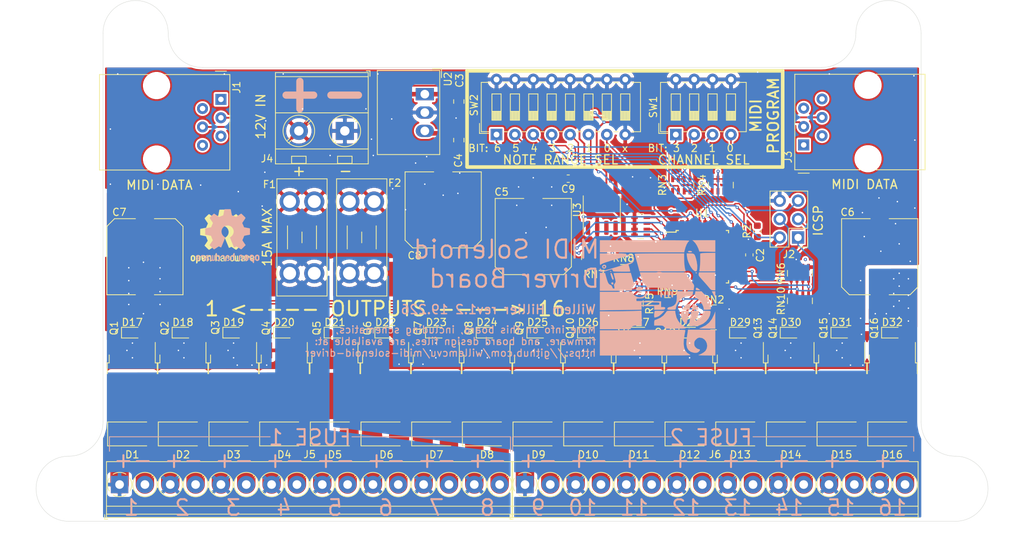
<source format=kicad_pcb>
(kicad_pcb (version 20171130) (host pcbnew "(5.1.2)-2")
  (layers (0 F.Cu signal) (31 B.Cu signal) (34 B.Paste user) (35 F.Paste user) (36 B.SilkS user) (37 F.SilkS user) (38 B.Mask user) (39 F.Mask user) (44 Edge.Cuts user))
  (net 0 "")
  (net 1 GND)
  (net 2 +5V)
  (net 3 +12V)
  (net 4 /12V_FUSED2)
  (net 5 /12V_FUSED1)
  (net 6 /OUT1)
  (net 7 /OUT2)
  (net 8 /OUT3)
  (net 9 /OUT4)
  (net 10 /OUT5)
  (net 11 /OUT6)
  (net 12 /OUT7)
  (net 13 /OUT8)
  (net 14 /OUT9)
  (net 15 /OUT10)
  (net 16 /OUT11)
  (net 17 /OUT12)
  (net 18 /OUT13)
  (net 19 /OUT14)
  (net 20 /OUT15)
  (net 21 /GATE1)
  (net 22 /GATE2)
  (net 23 /GATE3)
  (net 24 /GATE4)
  (net 25 /GATE5)
  (net 26 /GATE6)
  (net 27 /GATE7)
  (net 28 /GATE8)
  (net 29 /GATE9)
  (net 30 /GATE10)
  (net 31 /GATE11)
  (net 32 /GATE12)
  (net 33 /GATE13)
  (net 34 /GATE14)
  (net 35 /GATE15)
  (net 36 /GATE16)
  (net 37 /CTRL14)
  (net 38 /CTRL15)
  (net 39 /CTRL13)
  (net 40 /RESET)
  (net 41 /OUT16)
  (net 42 /MIDI_IN)
  (net 43 /CTRL1)
  (net 44 /CTRL2)
  (net 45 /CTRL3)
  (net 46 /CTRL4)
  (net 47 /CTRL12)
  (net 48 /CTRL11)
  (net 49 /CTRL10)
  (net 50 /CTRL9)
  (net 51 "Net-(RN3-Pad5)")
  (net 52 /MIDI_CH_BIT0-1)
  (net 53 "Net-(RN3-Pad3)")
  (net 54 "Net-(RN3-Pad2)")
  (net 55 "Net-(RN4-Pad2)")
  (net 56 "Net-(RN4-Pad3)")
  (net 57 /MIDI_CH_BIT2-3)
  (net 58 "Net-(RN4-Pad5)")
  (net 59 /CTRL5)
  (net 60 /CTRL6)
  (net 61 /CTRL7)
  (net 62 /CTRL8)
  (net 63 /CTRL16)
  (net 64 /MIDI_NOTE_BIT0)
  (net 65 /MIDI_NOTE_BIT1)
  (net 66 /MIDI_NOTE_BIT2)
  (net 67 /MIDI_NOTE_BIT3)
  (net 68 /MIDI_NOTE_BIT4)
  (net 69 /MIDI_NOTE_BIT5)
  (net 70 /MIDI_NOTE_BIT6)
  (net 71 /RS485_B)
  (net 72 /RS485_A)
  (module Symbol:OSHW-Logo2_9.8x8mm_SilkScreen (layer B.Cu) (at 261.5565 108.9025 180)
    (fp_text reference REF** hide)
    (fp_text value OSHW-Logo2_9.8x8mm_SilkScreen hide)
  )
  (module Symbol:OSHW-Logo2_9.8x8mm_SilkScreen (layer F.Cu) (at 260.858 108.966)
    (fp_text reference REF** hide)
    (fp_text value OSHW-Logo2_9.8x8mm_SilkScreen hide)
  )
  (module MountingHole:MountingHole_4.3mm_M4 (layer F.Cu) (at 248.848 80.836)
    (fp_text reference REF** hide)
    (fp_text value MountingHole_4.3mm_M4)
    (pad 1 np_thru_hole circle (at 0 0) (size 4.3 4.3) (drill 4.3) (layers *.Cu *.Mask))
  )
  (module MountingHole:MountingHole_4.3mm_M4 (layer F.Cu) (at 352.848 80.836)
    (fp_text reference REF** hide)
    (fp_text value MountingHole_4.3mm_M4)
    (pad 1 np_thru_hole circle (at 0 0) (size 4.3 4.3) (drill 4.3) (layers *.Cu *.Mask))
  )
  (module MountingHole:MountingHole_4.3mm_M4 (layer F.Cu) (at 362.098 143.836)
    (fp_text reference REF** hide)
    (fp_text value MountingHole_4.3mm_M4)
    (pad 1 np_thru_hole circle (at 0 0) (size 4.3 4.3) (drill 4.3) (layers *.Cu *.Mask))
  )
  (module MountingHole:MountingHole_4.3mm_M4 (layer F.Cu) (at 239.598 143.836)
    (fp_text reference REF** hide)
    (fp_text value MountingHole_4.3mm_M4)
    (pad 1 np_thru_hole circle (at 0 0) (size 4.3 4.3) (drill 4.3) (layers *.Cu *.Mask))
  )
  (module footprints:willemhillier.wordpress-logo (layer B.Cu) (at 320.9925 117.4115 180)
    (fp_text reference G*** hide)
    (fp_text value LOGO hide)
  )
  (module Capacitor_SMD:C_0603_1608Metric (layer F.Cu) (at 320.04 111.379 180)
    (fp_text reference C1 (at 0 -1.43) (layer F.SilkS))
    (fp_text value 0.1uF)
    (pad 2 smd roundrect (at 0.7875 0 180) (size 0.875 0.95) (layers F.Cu F.Paste F.Mask) (net 1 GND))
    (pad 1 smd roundrect (at -0.7875 0 180) (size 0.875 0.95) (layers F.Cu F.Paste F.Mask) (net 2 +5V))
  )
  (module Capacitor_SMD:C_0603_1608Metric (layer F.Cu) (at 333.629 111.506 90)
    (fp_text reference C2 (at -0.05 1.505 270) (layer F.SilkS))
    (fp_text value 0.1uF)
    (pad 1 smd roundrect (at -0.7875 0 90) (size 0.875 0.95) (layers F.Cu F.Paste F.Mask) (net 2 +5V))
    (pad 2 smd roundrect (at 0.7875 0 90) (size 0.875 0.95) (layers F.Cu F.Paste F.Mask) (net 1 GND))
  )
  (module Capacitor_SMD:C_0805_2012Metric (layer F.Cu) (at 293.497 90.297 270)
    (fp_text reference C3 (at -2.897 -0.103 90) (layer F.SilkS))
    (fp_text value 10uF)
    (pad 2 smd roundrect (at 0.9375 0 270) (size 0.975 1.4) (layers F.Cu F.Paste F.Mask) (net 1 GND))
    (pad 1 smd roundrect (at -0.9375 0 270) (size 0.975 1.4) (layers F.Cu F.Paste F.Mask) (net 3 +12V))
  )
  (module Capacitor_SMD:C_0805_2012Metric (layer F.Cu) (at 293.497 95.631 270)
    (fp_text reference C4 (at 2.825 0.063 90) (layer F.SilkS))
    (fp_text value 10uF)
    (pad 1 smd roundrect (at -0.9375 0 270) (size 0.975 1.4) (layers F.Cu F.Paste F.Mask) (net 2 +5V))
    (pad 2 smd roundrect (at 0.9375 0 270) (size 0.975 1.4) (layers F.Cu F.Paste F.Mask) (net 1 GND))
  )
  (module Capacitor_SMD:C_Elec_10x10.2 (layer F.Cu) (at 303.784 108.966 90)
    (fp_text reference C5 (at 6.166 -4.384 180) (layer F.SilkS))
    (fp_text value 470)
    (pad 2 smd roundrect (at 4.4 0 90) (size 4.600001 2.1) (layers F.Cu F.Paste F.Mask) (roundrect_rratio 0.119) (net 1 GND))
    (pad 1 smd roundrect (at -4.4 0 90) (size 4.600001 2.1) (layers F.Cu F.Paste F.Mask) (roundrect_rratio 0.119) (net 4 /12V_FUSED2))
  )
  (module Capacitor_SMD:C_Elec_10x10.2 (layer F.Cu) (at 351.634 111.756 90)
    (fp_text reference C6 (at 6.156 -4.434 180) (layer F.SilkS))
    (fp_text value 470)
    (pad 1 smd roundrect (at -4.4 0 90) (size 4.6 2.1) (layers F.Cu F.Paste F.Mask) (roundrect_rratio 0.119048) (net 4 /12V_FUSED2))
    (pad 2 smd roundrect (at 4.4 0 90) (size 4.6 2.1) (layers F.Cu F.Paste F.Mask) (roundrect_rratio 0.119048) (net 1 GND))
  )
  (module Capacitor_SMD:C_Elec_10x10.2 (layer F.Cu) (at 250.134 111.756 270)
    (fp_text reference C7 (at -6.156 3.534 180) (layer F.SilkS))
    (fp_text value 470)
    (pad 1 smd roundrect (at -4.4 0 270) (size 4.600001 2.1) (layers F.Cu F.Paste F.Mask) (roundrect_rratio 0.119) (net 5 /12V_FUSED1))
    (pad 2 smd roundrect (at 4.4 0 270) (size 4.600001 2.1) (layers F.Cu F.Paste F.Mask) (roundrect_rratio 0.119) (net 1 GND))
  )
  (module Capacitor_SMD:C_Elec_10x10.2 (layer F.Cu) (at 291.338 105.283 90)
    (fp_text reference C8 (at -6.317 -3.938 180) (layer F.SilkS))
    (fp_text value 470)
    (pad 2 smd roundrect (at 4.4 0 90) (size 4.600001 2.1) (layers F.Cu F.Paste F.Mask) (roundrect_rratio 0.119) (net 1 GND))
    (pad 1 smd roundrect (at -4.4 0 90) (size 4.600001 2.1) (layers F.Cu F.Paste F.Mask) (roundrect_rratio 0.119) (net 5 /12V_FUSED1))
  )
  (module Diode_SMD:D_SMA (layer F.Cu) (at 248.384 136.256)
    (fp_text reference D1 (at 0 2.869) (layer F.SilkS))
    (fp_text value D_Small)
    (pad 2 smd rect (at 2 0) (size 2.5 1.8) (layers F.Cu F.Paste F.Mask) (net 6 /OUT1))
    (pad 1 smd rect (at -2 0) (size 2.5 1.8) (layers F.Cu F.Paste F.Mask) (net 5 /12V_FUSED1))
  )
  (module Diode_SMD:D_SMA (layer F.Cu) (at 255.384 136.256)
    (fp_text reference D2 (at 0 2.869) (layer F.SilkS))
    (fp_text value D_Small)
    (pad 2 smd rect (at 2 0) (size 2.5 1.8) (layers F.Cu F.Paste F.Mask) (net 7 /OUT2))
    (pad 1 smd rect (at -2 0) (size 2.5 1.8) (layers F.Cu F.Paste F.Mask) (net 5 /12V_FUSED1))
  )
  (module Diode_SMD:D_SMA (layer F.Cu) (at 262.384 136.256)
    (fp_text reference D3 (at 0 2.869) (layer F.SilkS))
    (fp_text value D_Small)
    (pad 1 smd rect (at -2 0) (size 2.5 1.8) (layers F.Cu F.Paste F.Mask) (net 5 /12V_FUSED1))
    (pad 2 smd rect (at 2 0) (size 2.5 1.8) (layers F.Cu F.Paste F.Mask) (net 8 /OUT3))
  )
  (module Diode_SMD:D_SMA (layer F.Cu) (at 269.384 136.256)
    (fp_text reference D4 (at 0 2.869) (layer F.SilkS))
    (fp_text value D_Small)
    (pad 1 smd rect (at -2 0) (size 2.5 1.8) (layers F.Cu F.Paste F.Mask) (net 5 /12V_FUSED1))
    (pad 2 smd rect (at 2 0) (size 2.5 1.8) (layers F.Cu F.Paste F.Mask) (net 9 /OUT4))
  )
  (module Diode_SMD:D_SMA (layer F.Cu) (at 276.384 136.256)
    (fp_text reference D5 (at 0 2.869) (layer F.SilkS))
    (fp_text value D_Small)
    (pad 2 smd rect (at 2 0) (size 2.5 1.8) (layers F.Cu F.Paste F.Mask) (net 10 /OUT5))
    (pad 1 smd rect (at -2 0) (size 2.5 1.8) (layers F.Cu F.Paste F.Mask) (net 5 /12V_FUSED1))
  )
  (module Diode_SMD:D_SMA (layer F.Cu) (at 283.384 136.256)
    (fp_text reference D6 (at 0.116 2.869) (layer F.SilkS))
    (fp_text value D_Small)
    (pad 2 smd rect (at 2 0) (size 2.5 1.8) (layers F.Cu F.Paste F.Mask) (net 11 /OUT6))
    (pad 1 smd rect (at -2 0) (size 2.5 1.8) (layers F.Cu F.Paste F.Mask) (net 5 /12V_FUSED1))
  )
  (module Diode_SMD:D_SMA (layer F.Cu) (at 290.384 136.256)
    (fp_text reference D7 (at 0 2.869) (layer F.SilkS))
    (fp_text value D_Small)
    (pad 1 smd rect (at -2 0) (size 2.5 1.8) (layers F.Cu F.Paste F.Mask) (net 5 /12V_FUSED1))
    (pad 2 smd rect (at 2 0) (size 2.5 1.8) (layers F.Cu F.Paste F.Mask) (net 12 /OUT7))
  )
  (module Diode_SMD:D_SMA (layer F.Cu) (at 297.384 136.256)
    (fp_text reference D8 (at 0 2.869) (layer F.SilkS))
    (fp_text value D_Small)
    (pad 1 smd rect (at -2 0) (size 2.5 1.8) (layers F.Cu F.Paste F.Mask) (net 5 /12V_FUSED1))
    (pad 2 smd rect (at 2 0) (size 2.5 1.8) (layers F.Cu F.Paste F.Mask) (net 13 /OUT8))
  )
  (module Diode_SMD:D_SMA (layer F.Cu) (at 304.384 136.256)
    (fp_text reference D9 (at 0.116 2.869) (layer F.SilkS))
    (fp_text value D_Small)
    (pad 1 smd rect (at -2 0) (size 2.5 1.8) (layers F.Cu F.Paste F.Mask) (net 4 /12V_FUSED2))
    (pad 2 smd rect (at 2 0) (size 2.5 1.8) (layers F.Cu F.Paste F.Mask) (net 14 /OUT9))
  )
  (module Diode_SMD:D_SMA (layer F.Cu) (at 311.384 136.256)
    (fp_text reference D10 (at 0 2.869) (layer F.SilkS))
    (fp_text value D_Small)
    (pad 2 smd rect (at 2 0) (size 2.5 1.8) (layers F.Cu F.Paste F.Mask) (net 15 /OUT10))
    (pad 1 smd rect (at -2 0) (size 2.5 1.8) (layers F.Cu F.Paste F.Mask) (net 4 /12V_FUSED2))
  )
  (module Diode_SMD:D_SMA (layer F.Cu) (at 318.384 136.256)
    (fp_text reference D11 (at 0 2.869) (layer F.SilkS))
    (fp_text value D_Small)
    (pad 2 smd rect (at 2 0) (size 2.5 1.8) (layers F.Cu F.Paste F.Mask) (net 16 /OUT11))
    (pad 1 smd rect (at -2 0) (size 2.5 1.8) (layers F.Cu F.Paste F.Mask) (net 4 /12V_FUSED2))
  )
  (module Diode_SMD:D_SMA (layer F.Cu) (at 325.384 136.256)
    (fp_text reference D12 (at 0 2.869) (layer F.SilkS))
    (fp_text value D_Small)
    (pad 1 smd rect (at -2 0) (size 2.5 1.8) (layers F.Cu F.Paste F.Mask) (net 4 /12V_FUSED2))
    (pad 2 smd rect (at 2 0) (size 2.5 1.8) (layers F.Cu F.Paste F.Mask) (net 17 /OUT12))
  )
  (module Diode_SMD:D_SMA (layer F.Cu) (at 332.384 136.256)
    (fp_text reference D13 (at 0 2.869) (layer F.SilkS))
    (fp_text value D_Small)
    (pad 2 smd rect (at 2 0) (size 2.5 1.8) (layers F.Cu F.Paste F.Mask) (net 18 /OUT13))
    (pad 1 smd rect (at -2 0) (size 2.5 1.8) (layers F.Cu F.Paste F.Mask) (net 4 /12V_FUSED2))
  )
  (module Diode_SMD:D_SMA (layer F.Cu) (at 339.384 136.256)
    (fp_text reference D14 (at 0 2.869) (layer F.SilkS))
    (fp_text value D_Small)
    (pad 2 smd rect (at 2 0) (size 2.5 1.8) (layers F.Cu F.Paste F.Mask) (net 19 /OUT14))
    (pad 1 smd rect (at -2 0) (size 2.5 1.8) (layers F.Cu F.Paste F.Mask) (net 4 /12V_FUSED2))
  )
  (module Diode_SMD:D_SMA (layer F.Cu) (at 346.384 136.256)
    (fp_text reference D15 (at 0 2.869) (layer F.SilkS))
    (fp_text value D_Small)
    (pad 1 smd rect (at -2 0) (size 2.5 1.8) (layers F.Cu F.Paste F.Mask) (net 4 /12V_FUSED2))
    (pad 2 smd rect (at 2 0) (size 2.5 1.8) (layers F.Cu F.Paste F.Mask) (net 20 /OUT15))
  )
  (module Diode_SMD:D_SMA (layer F.Cu) (at 353.384 136.256)
    (fp_text reference D16 (at 0 2.869) (layer F.SilkS))
    (fp_text value D_Small)
    (pad 1 smd rect (at -2 0) (size 2.5 1.8) (layers F.Cu F.Paste F.Mask) (net 4 /12V_FUSED2))
    (pad 2 smd rect (at 2 0) (size 2.5 1.8) (layers F.Cu F.Paste F.Mask) (net 41 /OUT16))
  )
  (module LED_SMD:LED_0603_1608Metric (layer F.Cu) (at 248.384 122.256)
    (fp_text reference D17 (at 0 -1.43) (layer F.SilkS))
    (fp_text value LED_Small)
    (pad 1 smd roundrect (at -0.7875 0) (size 0.875 0.95) (layers F.Cu F.Paste F.Mask) (net 1 GND))
    (pad 2 smd roundrect (at 0.7875 0) (size 0.875 0.95) (layers F.Cu F.Paste F.Mask) (net 21 /GATE1))
  )
  (module LED_SMD:LED_0603_1608Metric (layer F.Cu) (at 255.384 122.256)
    (fp_text reference D18 (at 0 -1.43) (layer F.SilkS))
    (fp_text value LED_Small)
    (pad 2 smd roundrect (at 0.7875 0) (size 0.875 0.95) (layers F.Cu F.Paste F.Mask) (net 22 /GATE2))
    (pad 1 smd roundrect (at -0.7875 0) (size 0.875 0.95) (layers F.Cu F.Paste F.Mask) (net 1 GND))
  )
  (module LED_SMD:LED_0603_1608Metric (layer F.Cu) (at 262.384 122.256)
    (fp_text reference D19 (at 0 -1.43) (layer F.SilkS))
    (fp_text value LED_Small)
    (pad 2 smd roundrect (at 0.7875 0) (size 0.875 0.95) (layers F.Cu F.Paste F.Mask) (net 23 /GATE3))
    (pad 1 smd roundrect (at -0.7875 0) (size 0.875 0.95) (layers F.Cu F.Paste F.Mask) (net 1 GND))
  )
  (module LED_SMD:LED_0603_1608Metric (layer F.Cu) (at 269.384 122.256)
    (fp_text reference D20 (at 0 -1.43) (layer F.SilkS))
    (fp_text value LED_Small)
    (pad 1 smd roundrect (at -0.7875 0) (size 0.875 0.95) (layers F.Cu F.Paste F.Mask) (net 1 GND))
    (pad 2 smd roundrect (at 0.7875 0) (size 0.875 0.95) (layers F.Cu F.Paste F.Mask) (net 24 /GATE4))
  )
  (module LED_SMD:LED_0603_1608Metric (layer F.Cu) (at 276.384 122.256)
    (fp_text reference D21 (at 0 -1.43) (layer F.SilkS))
    (fp_text value LED_Small)
    (pad 1 smd roundrect (at -0.7875 0) (size 0.875 0.95) (layers F.Cu F.Paste F.Mask) (net 1 GND))
    (pad 2 smd roundrect (at 0.7875 0) (size 0.875 0.95) (layers F.Cu F.Paste F.Mask) (net 25 /GATE5))
  )
  (module LED_SMD:LED_0603_1608Metric (layer F.Cu) (at 283.384 122.256)
    (fp_text reference D22 (at 0 -1.43) (layer F.SilkS))
    (fp_text value LED_Small)
    (pad 2 smd roundrect (at 0.7875 0) (size 0.875 0.95) (layers F.Cu F.Paste F.Mask) (net 26 /GATE6))
    (pad 1 smd roundrect (at -0.7875 0) (size 0.875 0.95) (layers F.Cu F.Paste F.Mask) (net 1 GND))
  )
  (module LED_SMD:LED_0603_1608Metric (layer F.Cu) (at 290.384 122.256)
    (fp_text reference D23 (at 0 -1.43) (layer F.SilkS))
    (fp_text value LED_Small)
    (pad 2 smd roundrect (at 0.7875 0) (size 0.875 0.95) (layers F.Cu F.Paste F.Mask) (net 27 /GATE7))
    (pad 1 smd roundrect (at -0.7875 0) (size 0.875 0.95) (layers F.Cu F.Paste F.Mask) (net 1 GND))
  )
  (module LED_SMD:LED_0603_1608Metric (layer F.Cu) (at 297.384 122.256)
    (fp_text reference D24 (at 0 -1.43) (layer F.SilkS))
    (fp_text value LED_Small)
    (pad 1 smd roundrect (at -0.7875 0) (size 0.875 0.95) (layers F.Cu F.Paste F.Mask) (net 1 GND))
    (pad 2 smd roundrect (at 0.7875 0) (size 0.875 0.95) (layers F.Cu F.Paste F.Mask) (net 28 /GATE8))
  )
  (module LED_SMD:LED_0603_1608Metric (layer F.Cu) (at 304.384 122.256)
    (fp_text reference D25 (at 0 -1.43) (layer F.SilkS))
    (fp_text value LED_Small)
    (pad 1 smd roundrect (at -0.7875 0) (size 0.875 0.95) (layers F.Cu F.Paste F.Mask) (net 1 GND))
    (pad 2 smd roundrect (at 0.7875 0) (size 0.875 0.95) (layers F.Cu F.Paste F.Mask) (net 29 /GATE9))
  )
  (module LED_SMD:LED_0603_1608Metric (layer F.Cu) (at 311.384 122.256)
    (fp_text reference D26 (at 0 -1.43) (layer F.SilkS))
    (fp_text value LED_Small)
    (pad 1 smd roundrect (at -0.7875 0) (size 0.875 0.95) (layers F.Cu F.Paste F.Mask) (net 1 GND))
    (pad 2 smd roundrect (at 0.7875 0) (size 0.875 0.95) (layers F.Cu F.Paste F.Mask) (net 30 /GATE10))
  )
  (module LED_SMD:LED_0603_1608Metric (layer F.Cu) (at 318.384 122.256)
    (fp_text reference D27 (at 0 -1.43) (layer F.SilkS))
    (fp_text value LED_Small)
    (pad 2 smd roundrect (at 0.7875 0) (size 0.875 0.95) (layers F.Cu F.Paste F.Mask) (net 31 /GATE11))
    (pad 1 smd roundrect (at -0.7875 0) (size 0.875 0.95) (layers F.Cu F.Paste F.Mask) (net 1 GND))
  )
  (module LED_SMD:LED_0603_1608Metric (layer F.Cu) (at 325.384 122.256)
    (fp_text reference D28 (at 0 -1.43) (layer F.SilkS))
    (fp_text value LED_Small)
    (pad 2 smd roundrect (at 0.7875 0) (size 0.875 0.95) (layers F.Cu F.Paste F.Mask) (net 32 /GATE12))
    (pad 1 smd roundrect (at -0.7875 0) (size 0.875 0.95) (layers F.Cu F.Paste F.Mask) (net 1 GND))
  )
  (module LED_SMD:LED_0603_1608Metric (layer F.Cu) (at 332.384 122.256)
    (fp_text reference D29 (at 0 -1.43) (layer F.SilkS))
    (fp_text value LED_Small)
    (pad 1 smd roundrect (at -0.7875 0) (size 0.875 0.95) (layers F.Cu F.Paste F.Mask) (net 1 GND))
    (pad 2 smd roundrect (at 0.7875 0) (size 0.875 0.95) (layers F.Cu F.Paste F.Mask) (net 33 /GATE13))
  )
  (module LED_SMD:LED_0603_1608Metric (layer F.Cu) (at 339.384 122.256)
    (fp_text reference D30 (at 0 -1.43) (layer F.SilkS))
    (fp_text value LED_Small)
    (pad 2 smd roundrect (at 0.7875 0) (size 0.875 0.95) (layers F.Cu F.Paste F.Mask) (net 34 /GATE14))
    (pad 1 smd roundrect (at -0.7875 0) (size 0.875 0.95) (layers F.Cu F.Paste F.Mask) (net 1 GND))
  )
  (module LED_SMD:LED_0603_1608Metric (layer F.Cu) (at 346.384 122.256)
    (fp_text reference D31 (at 0 -1.43) (layer F.SilkS))
    (fp_text value LED_Small)
    (pad 1 smd roundrect (at -0.7875 0) (size 0.875 0.95) (layers F.Cu F.Paste F.Mask) (net 1 GND))
    (pad 2 smd roundrect (at 0.7875 0) (size 0.875 0.95) (layers F.Cu F.Paste F.Mask) (net 35 /GATE15))
  )
  (module LED_SMD:LED_0603_1608Metric (layer F.Cu) (at 353.384 122.256)
    (fp_text reference D32 (at 0 -1.43) (layer F.SilkS))
    (fp_text value LED_Small)
    (pad 2 smd roundrect (at 0.7875 0) (size 0.875 0.95) (layers F.Cu F.Paste F.Mask) (net 36 /GATE16))
    (pad 1 smd roundrect (at -0.7875 0) (size 0.875 0.95) (layers F.Cu F.Paste F.Mask) (net 1 GND))
  )
  (module footprints:Fuseholder_Blade_Mini_Keystone_3568 (layer F.Cu) (at 270.129 114.046 90)
    (fp_text reference F1 (at 12.29 -2.795 180) (layer F.SilkS))
    (fp_text value 20A)
    (pad 2 thru_hole circle (at 9.92 3.4 90) (size 2.78 2.78) (drill 1.78) (layers *.Cu *.Mask) (net 3 +12V))
    (pad 2 thru_hole circle (at 9.92 0 90) (size 2.78 2.78) (drill 1.78) (layers *.Cu *.Mask) (net 3 +12V))
    (pad 1 thru_hole circle (at 0 3.4 90) (size 2.78 2.78) (drill 1.78) (layers *.Cu *.Mask) (net 5 /12V_FUSED1))
    (pad 1 thru_hole circle (at 0 0 90) (size 2.78 2.78) (drill 1.78) (layers *.Cu *.Mask) (net 5 /12V_FUSED1))
  )
  (module footprints:Fuseholder_Blade_Mini_Keystone_3568 (layer F.Cu) (at 278.384 114.046 90)
    (fp_text reference F2 (at 12.49 6.25 180) (layer F.SilkS))
    (fp_text value 20A)
    (pad 1 thru_hole circle (at 0 0 90) (size 2.78 2.78) (drill 1.78) (layers *.Cu *.Mask) (net 4 /12V_FUSED2))
    (pad 1 thru_hole circle (at 0 3.4 90) (size 2.78 2.78) (drill 1.78) (layers *.Cu *.Mask) (net 4 /12V_FUSED2))
    (pad 2 thru_hole circle (at 9.92 0 90) (size 2.78 2.78) (drill 1.78) (layers *.Cu *.Mask) (net 3 +12V))
    (pad 2 thru_hole circle (at 9.92 3.4 90) (size 2.78 2.78) (drill 1.78) (layers *.Cu *.Mask) (net 3 +12V))
  )
  (module Package_TO_SOT_SMD:TO-252-2 (layer F.Cu) (at 248.384 128.906 270)
    (fp_text reference Q1 (at -7.281 2.512 90) (layer F.SilkS))
    (fp_text value Q_NMOS_GDS)
    (pad 1 smd rect (at -4.2 -2.28 270) (size 2.2 1.2) (layers F.Cu F.Paste F.Mask) (net 21 /GATE1))
    (pad 3 smd rect (at -4.2 2.28 270) (size 2.2 1.2) (layers F.Cu F.Paste F.Mask) (net 1 GND))
    (pad 2 smd rect (at 2.1 0 270) (size 6.4 5.8) (layers F.Cu F.Mask) (net 6 /OUT1))
  )
  (module Package_TO_SOT_SMD:TO-252-2 (layer F.Cu) (at 255.384 128.906 270)
    (fp_text reference Q2 (at -7.281 2.509 90) (layer F.SilkS))
    (fp_text value Q_NMOS_GDS)
    (pad 1 smd rect (at -4.2 -2.28 270) (size 2.2 1.2) (layers F.Cu F.Paste F.Mask) (net 22 /GATE2))
    (pad 3 smd rect (at -4.2 2.28 270) (size 2.2 1.2) (layers F.Cu F.Paste F.Mask) (net 1 GND))
    (pad 2 smd rect (at 2.1 0 270) (size 6.4 5.8) (layers F.Cu F.Mask) (net 7 /OUT2))
  )
  (module Package_TO_SOT_SMD:TO-252-2 (layer F.Cu) (at 262.384 128.906 270)
    (fp_text reference Q3 (at -7.356 2.509 90) (layer F.SilkS))
    (fp_text value Q_NMOS_GDS)
    (pad 2 smd rect (at 2.1 0 270) (size 6.4 5.8) (layers F.Cu F.Mask) (net 8 /OUT3))
    (pad 3 smd rect (at -4.2 2.28 270) (size 2.2 1.2) (layers F.Cu F.Paste F.Mask) (net 1 GND))
    (pad 1 smd rect (at -4.2 -2.28 270) (size 2.2 1.2) (layers F.Cu F.Paste F.Mask) (net 23 /GATE3))
  )
  (module Package_TO_SOT_SMD:TO-252-2 (layer F.Cu) (at 269.384 128.906 270)
    (fp_text reference Q4 (at -7.281 2.509 90) (layer F.SilkS))
    (fp_text value Q_NMOS_GDS)
    (pad 1 smd rect (at -4.2 -2.28 270) (size 2.2 1.2) (layers F.Cu F.Paste F.Mask) (net 24 /GATE4))
    (pad 3 smd rect (at -4.2 2.28 270) (size 2.2 1.2) (layers F.Cu F.Paste F.Mask) (net 1 GND))
    (pad 2 smd rect (at 2.1 0 270) (size 6.4 5.8) (layers F.Cu F.Mask) (net 9 /OUT4))
  )
  (module Package_TO_SOT_SMD:TO-252-2 (layer F.Cu) (at 276.384 128.906 270)
    (fp_text reference Q5 (at -7.281 2.509 90) (layer F.SilkS))
    (fp_text value Q_NMOS_GDS)
    (pad 2 smd rect (at 2.1 0 270) (size 6.4 5.8) (layers F.Cu F.Mask) (net 10 /OUT5))
    (pad 3 smd rect (at -4.2 2.28 270) (size 2.2 1.2) (layers F.Cu F.Paste F.Mask) (net 1 GND))
    (pad 1 smd rect (at -4.2 -2.28 270) (size 2.2 1.2) (layers F.Cu F.Paste F.Mask) (net 25 /GATE5))
  )
  (module Package_TO_SOT_SMD:TO-252-2 (layer F.Cu) (at 283.384 128.906 270)
    (fp_text reference Q6 (at -7.281 2.509 90) (layer F.SilkS))
    (fp_text value Q_NMOS_GDS)
    (pad 2 smd rect (at 2.1 0 270) (size 6.4 5.8) (layers F.Cu F.Mask) (net 11 /OUT6))
    (pad 3 smd rect (at -4.2 2.28 270) (size 2.2 1.2) (layers F.Cu F.Paste F.Mask) (net 1 GND))
    (pad 1 smd rect (at -4.2 -2.28 270) (size 2.2 1.2) (layers F.Cu F.Paste F.Mask) (net 26 /GATE6))
  )
  (module Package_TO_SOT_SMD:TO-252-2 (layer F.Cu) (at 290.384 128.906 270)
    (fp_text reference Q7 (at -7.281 2.509 90) (layer F.SilkS))
    (fp_text value Q_NMOS_GDS)
    (pad 1 smd rect (at -4.2 -2.28 270) (size 2.2 1.2) (layers F.Cu F.Paste F.Mask) (net 27 /GATE7))
    (pad 3 smd rect (at -4.2 2.28 270) (size 2.2 1.2) (layers F.Cu F.Paste F.Mask) (net 1 GND))
    (pad 2 smd rect (at 2.1 0 270) (size 6.4 5.8) (layers F.Cu F.Mask) (net 12 /OUT7))
  )
  (module Package_TO_SOT_SMD:TO-252-2 (layer F.Cu) (at 297.384 128.906 270)
    (fp_text reference Q8 (at -7.281 2.509 90) (layer F.SilkS))
    (fp_text value Q_NMOS_GDS)
    (pad 2 smd rect (at 2.1 0 270) (size 6.4 5.8) (layers F.Cu F.Mask) (net 13 /OUT8))
    (pad 3 smd rect (at -4.2 2.28 270) (size 2.2 1.2) (layers F.Cu F.Paste F.Mask) (net 1 GND))
    (pad 1 smd rect (at -4.2 -2.28 270) (size 2.2 1.2) (layers F.Cu F.Paste F.Mask) (net 28 /GATE8))
  )
  (module Package_TO_SOT_SMD:TO-252-2 (layer F.Cu) (at 304.384 128.906 270)
    (fp_text reference Q9 (at -7.281 2.509 90) (layer F.SilkS))
    (fp_text value Q_NMOS_GDS)
    (pad 1 smd rect (at -4.2 -2.28 270) (size 2.2 1.2) (layers F.Cu F.Paste F.Mask) (net 29 /GATE9))
    (pad 3 smd rect (at -4.2 2.28 270) (size 2.2 1.2) (layers F.Cu F.Paste F.Mask) (net 1 GND))
    (pad 2 smd rect (at 2.1 0 270) (size 6.4 5.8) (layers F.Cu F.Mask) (net 14 /OUT9))
  )
  (module Package_TO_SOT_SMD:TO-252-2 (layer F.Cu) (at 311.384 128.906 270)
    (fp_text reference Q10 (at -7.281 2.509 90) (layer F.SilkS))
    (fp_text value Q_NMOS_GDS)
    (pad 1 smd rect (at -4.2 -2.28 270) (size 2.2 1.2) (layers F.Cu F.Paste F.Mask) (net 30 /GATE10))
    (pad 3 smd rect (at -4.2 2.28 270) (size 2.2 1.2) (layers F.Cu F.Paste F.Mask) (net 1 GND))
    (pad 2 smd rect (at 2.1 0 270) (size 6.4 5.8) (layers F.Cu F.Mask) (net 15 /OUT10))
  )
  (module Package_TO_SOT_SMD:TO-252-2 (layer F.Cu) (at 318.384 128.906 270)
    (fp_text reference Q11 (at -7.281 2.509 90) (layer F.SilkS))
    (fp_text value Q_NMOS_GDS)
    (pad 2 smd rect (at 2.1 0 270) (size 6.4 5.8) (layers F.Cu F.Mask) (net 16 /OUT11))
    (pad 3 smd rect (at -4.2 2.28 270) (size 2.2 1.2) (layers F.Cu F.Paste F.Mask) (net 1 GND))
    (pad 1 smd rect (at -4.2 -2.28 270) (size 2.2 1.2) (layers F.Cu F.Paste F.Mask) (net 31 /GATE11))
  )
  (module Package_TO_SOT_SMD:TO-252-2 (layer F.Cu) (at 325.384 128.906 270)
    (fp_text reference Q12 (at -6.706 3.384 180) (layer F.SilkS))
    (fp_text value Q_NMOS_GDS)
    (pad 2 smd rect (at 2.1 0 270) (size 6.4 5.8) (layers F.Cu F.Mask) (net 17 /OUT12))
    (pad 3 smd rect (at -4.2 2.28 270) (size 2.2 1.2) (layers F.Cu F.Paste F.Mask) (net 1 GND))
    (pad 1 smd rect (at -4.2 -2.28 270) (size 2.2 1.2) (layers F.Cu F.Paste F.Mask) (net 32 /GATE12))
  )
  (module Package_TO_SOT_SMD:TO-252-2 (layer F.Cu) (at 332.384 128.906 270)
    (fp_text reference Q13 (at -7.281 -2.416 270) (layer F.SilkS))
    (fp_text value Q_NMOS_GDS)
    (pad 2 smd rect (at 2.1 0 270) (size 6.4 5.8) (layers F.Cu F.Mask) (net 18 /OUT13))
    (pad 3 smd rect (at -4.2 2.28 270) (size 2.2 1.2) (layers F.Cu F.Paste F.Mask) (net 1 GND))
    (pad 1 smd rect (at -4.2 -2.28 270) (size 2.2 1.2) (layers F.Cu F.Paste F.Mask) (net 33 /GATE13))
  )
  (module Package_TO_SOT_SMD:TO-252-2 (layer F.Cu) (at 339.384 128.906 270)
    (fp_text reference Q14 (at -7.281 2.509 90) (layer F.SilkS))
    (fp_text value Q_NMOS_GDS)
    (pad 1 smd rect (at -4.2 -2.28 270) (size 2.2 1.2) (layers F.Cu F.Paste F.Mask) (net 34 /GATE14))
    (pad 3 smd rect (at -4.2 2.28 270) (size 2.2 1.2) (layers F.Cu F.Paste F.Mask) (net 1 GND))
    (pad 2 smd rect (at 2.1 0 270) (size 6.4 5.8) (layers F.Cu F.Mask) (net 19 /OUT14))
  )
  (module Package_TO_SOT_SMD:TO-252-2 (layer F.Cu) (at 346.384 128.906 270)
    (fp_text reference Q15 (at -7.281 2.509 90) (layer F.SilkS))
    (fp_text value Q_NMOS_GDS)
    (pad 1 smd rect (at -4.2 -2.28 270) (size 2.2 1.2) (layers F.Cu F.Paste F.Mask) (net 35 /GATE15))
    (pad 3 smd rect (at -4.2 2.28 270) (size 2.2 1.2) (layers F.Cu F.Paste F.Mask) (net 1 GND))
    (pad 2 smd rect (at 2.1 0 270) (size 6.4 5.8) (layers F.Cu F.Mask) (net 20 /OUT15))
  )
  (module Package_TO_SOT_SMD:TO-252-2 (layer F.Cu) (at 353.384 128.906 270)
    (fp_text reference Q16 (at -7.281 2.509 90) (layer F.SilkS))
    (fp_text value Q_NMOS_GDS)
    (pad 2 smd rect (at 2.1 0 270) (size 6.4 5.8) (layers F.Cu F.Mask) (net 41 /OUT16))
    (pad 3 smd rect (at -4.2 2.28 270) (size 2.2 1.2) (layers F.Cu F.Paste F.Mask) (net 1 GND))
    (pad 1 smd rect (at -4.2 -2.28 270) (size 2.2 1.2) (layers F.Cu F.Paste F.Mask) (net 36 /GATE16))
  )
  (module Resistor_SMD:R_0603_1608Metric (layer F.Cu) (at 334.734 108.256 90)
    (fp_text reference R2 (at 0 -1.43 90) (layer F.SilkS))
    (fp_text value 10k)
    (pad 1 smd roundrect (at -0.7875 0 90) (size 0.875 0.95) (layers F.Cu F.Paste F.Mask) (net 2 +5V))
    (pad 2 smd roundrect (at 0.7875 0 90) (size 0.875 0.95) (layers F.Cu F.Paste F.Mask) (net 40 /RESET))
  )
  (module Resistor_SMD:R_Array_Concave_4x0603 (layer F.Cu) (at 318.6176 107.5436 180)
    (fp_text reference RN1 (at 0 -2.6) (layer F.SilkS))
    (fp_text value 10k)
    (pad 2 smd rect (at -0.85 -0.4 180) (size 0.9 0.4) (layers F.Cu F.Paste F.Mask) (net 45 /CTRL3))
    (pad 3 smd rect (at -0.85 0.4 180) (size 0.9 0.4) (layers F.Cu F.Paste F.Mask) (net 44 /CTRL2))
    (pad 1 smd rect (at -0.85 -1.2 180) (size 0.9 0.4) (layers F.Cu F.Paste F.Mask) (net 46 /CTRL4))
    (pad 4 smd rect (at -0.85 1.2 180) (size 0.9 0.4) (layers F.Cu F.Paste F.Mask) (net 43 /CTRL1))
    (pad 8 smd rect (at 0.85 -1.2 180) (size 0.9 0.4) (layers F.Cu F.Paste F.Mask) (net 1 GND))
    (pad 7 smd rect (at 0.85 -0.4 180) (size 0.9 0.4) (layers F.Cu F.Paste F.Mask) (net 1 GND))
    (pad 6 smd rect (at 0.85 0.4 180) (size 0.9 0.4) (layers F.Cu F.Paste F.Mask) (net 1 GND))
    (pad 5 smd rect (at 0.85 1.2 180) (size 0.9 0.4) (layers F.Cu F.Paste F.Mask) (net 1 GND))
  )
  (module Resistor_SMD:R_Array_Concave_4x0603 (layer F.Cu) (at 328.676 120.142)
    (fp_text reference RN2 (at 0 -2.442) (layer F.SilkS))
    (fp_text value 10k)
    (pad 5 smd rect (at 0.85 1.2) (size 0.9 0.4) (layers F.Cu F.Paste F.Mask) (net 1 GND))
    (pad 6 smd rect (at 0.85 0.4) (size 0.9 0.4) (layers F.Cu F.Paste F.Mask) (net 1 GND))
    (pad 7 smd rect (at 0.85 -0.4) (size 0.9 0.4) (layers F.Cu F.Paste F.Mask) (net 1 GND))
    (pad 8 smd rect (at 0.85 -1.2) (size 0.9 0.4) (layers F.Cu F.Paste F.Mask) (net 1 GND))
    (pad 4 smd rect (at -0.85 1.2) (size 0.9 0.4) (layers F.Cu F.Paste F.Mask) (net 47 /CTRL12))
    (pad 1 smd rect (at -0.85 -1.2) (size 0.9 0.4) (layers F.Cu F.Paste F.Mask) (net 50 /CTRL9))
    (pad 3 smd rect (at -0.85 0.4) (size 0.9 0.4) (layers F.Cu F.Paste F.Mask) (net 48 /CTRL11))
    (pad 2 smd rect (at -0.85 -0.4) (size 0.9 0.4) (layers F.Cu F.Paste F.Mask) (net 49 /CTRL10))
  )
  (module Resistor_SMD:R_Array_Concave_4x0603 (layer F.Cu) (at 324.231 101.852 90)
    (fp_text reference RN3 (at 0 -2.6 90) (layer F.SilkS))
    (fp_text value 10k)
    (pad 5 smd rect (at 0.85 1.2 90) (size 0.9 0.4) (layers F.Cu F.Paste F.Mask) (net 51 "Net-(RN3-Pad5)"))
    (pad 6 smd rect (at 0.85 0.4 90) (size 0.9 0.4) (layers F.Cu F.Paste F.Mask) (net 52 /MIDI_CH_BIT0-1))
    (pad 7 smd rect (at 0.85 -0.4 90) (size 0.9 0.4) (layers F.Cu F.Paste F.Mask) (net 52 /MIDI_CH_BIT0-1))
    (pad 8 smd rect (at 0.85 -1.2 90) (size 0.9 0.4) (layers F.Cu F.Paste F.Mask) (net 52 /MIDI_CH_BIT0-1))
    (pad 4 smd rect (at -0.85 1.2 90) (size 0.9 0.4) (layers F.Cu F.Paste F.Mask) (net 53 "Net-(RN3-Pad3)"))
    (pad 1 smd rect (at -0.85 -1.2 90) (size 0.9 0.4) (layers F.Cu F.Paste F.Mask) (net 2 +5V))
    (pad 3 smd rect (at -0.85 0.4 90) (size 0.9 0.4) (layers F.Cu F.Paste F.Mask) (net 53 "Net-(RN3-Pad3)"))
    (pad 2 smd rect (at -0.85 -0.4 90) (size 0.9 0.4) (layers F.Cu F.Paste F.Mask) (net 54 "Net-(RN3-Pad2)"))
  )
  (module Resistor_SMD:R_Array_Concave_4x0603 (layer F.Cu) (at 329.692 101.852 90)
    (fp_text reference RN4 (at 0 -2.6 90) (layer F.SilkS))
    (fp_text value 10k)
    (pad 2 smd rect (at -0.85 -0.4 90) (size 0.9 0.4) (layers F.Cu F.Paste F.Mask) (net 55 "Net-(RN4-Pad2)"))
    (pad 3 smd rect (at -0.85 0.4 90) (size 0.9 0.4) (layers F.Cu F.Paste F.Mask) (net 56 "Net-(RN4-Pad3)"))
    (pad 1 smd rect (at -0.85 -1.2 90) (size 0.9 0.4) (layers F.Cu F.Paste F.Mask) (net 2 +5V))
    (pad 4 smd rect (at -0.85 1.2 90) (size 0.9 0.4) (layers F.Cu F.Paste F.Mask) (net 56 "Net-(RN4-Pad3)"))
    (pad 8 smd rect (at 0.85 -1.2 90) (size 0.9 0.4) (layers F.Cu F.Paste F.Mask) (net 57 /MIDI_CH_BIT2-3))
    (pad 7 smd rect (at 0.85 -0.4 90) (size 0.9 0.4) (layers F.Cu F.Paste F.Mask) (net 57 /MIDI_CH_BIT2-3))
    (pad 6 smd rect (at 0.85 0.4 90) (size 0.9 0.4) (layers F.Cu F.Paste F.Mask) (net 57 /MIDI_CH_BIT2-3))
    (pad 5 smd rect (at 0.85 1.2 90) (size 0.9 0.4) (layers F.Cu F.Paste F.Mask) (net 58 "Net-(RN4-Pad5)"))
  )
  (module Resistor_SMD:R_Array_Concave_4x0603 (layer F.Cu) (at 317.246 118.237 270)
    (fp_text reference RN5 (at 0 -2.6 90) (layer F.SilkS))
    (fp_text value 10k)
    (pad 2 smd rect (at -0.85 -0.4 270) (size 0.9 0.4) (layers F.Cu F.Paste F.Mask) (net 60 /CTRL6))
    (pad 3 smd rect (at -0.85 0.4 270) (size 0.9 0.4) (layers F.Cu F.Paste F.Mask) (net 61 /CTRL7))
    (pad 1 smd rect (at -0.85 -1.2 270) (size 0.9 0.4) (layers F.Cu F.Paste F.Mask) (net 59 /CTRL5))
    (pad 4 smd rect (at -0.85 1.2 270) (size 0.9 0.4) (layers F.Cu F.Paste F.Mask) (net 62 /CTRL8))
    (pad 8 smd rect (at 0.85 -1.2 270) (size 0.9 0.4) (layers F.Cu F.Paste F.Mask) (net 1 GND))
    (pad 7 smd rect (at 0.85 -0.4 270) (size 0.9 0.4) (layers F.Cu F.Paste F.Mask) (net 1 GND))
    (pad 6 smd rect (at 0.85 0.4 270) (size 0.9 0.4) (layers F.Cu F.Paste F.Mask) (net 1 GND))
    (pad 5 smd rect (at 0.85 1.2 270) (size 0.9 0.4) (layers F.Cu F.Paste F.Mask) (net 1 GND))
  )
  (module Resistor_SMD:R_Array_Concave_4x0603 (layer F.Cu) (at 340.614 114.046 90)
    (fp_text reference RN6 (at 0 -2.6 90) (layer F.SilkS))
    (fp_text value 10k)
    (pad 2 smd rect (at -0.85 -0.4 90) (size 0.9 0.4) (layers F.Cu F.Paste F.Mask) (net 37 /CTRL14))
    (pad 3 smd rect (at -0.85 0.4 90) (size 0.9 0.4) (layers F.Cu F.Paste F.Mask) (net 38 /CTRL15))
    (pad 1 smd rect (at -0.85 -1.2 90) (size 0.9 0.4) (layers F.Cu F.Paste F.Mask) (net 39 /CTRL13))
    (pad 4 smd rect (at -0.85 1.2 90) (size 0.9 0.4) (layers F.Cu F.Paste F.Mask) (net 63 /CTRL16))
    (pad 8 smd rect (at 0.85 -1.2 90) (size 0.9 0.4) (layers F.Cu F.Paste F.Mask) (net 1 GND))
    (pad 7 smd rect (at 0.85 -0.4 90) (size 0.9 0.4) (layers F.Cu F.Paste F.Mask) (net 1 GND))
    (pad 6 smd rect (at 0.85 0.4 90) (size 0.9 0.4) (layers F.Cu F.Paste F.Mask) (net 1 GND))
    (pad 5 smd rect (at 0.85 1.2 90) (size 0.9 0.4) (layers F.Cu F.Paste F.Mask) (net 1 GND))
  )
  (module Resistor_SMD:R_Array_Concave_4x0603 (layer F.Cu) (at 312.166 111.76 90)
    (fp_text reference RN7 (at -2.44 0.034 180) (layer F.SilkS))
    (fp_text value 1k)
    (pad 2 smd rect (at -0.85 -0.4 90) (size 0.9 0.4) (layers F.Cu F.Paste F.Mask) (net 22 /GATE2))
    (pad 3 smd rect (at -0.85 0.4 90) (size 0.9 0.4) (layers F.Cu F.Paste F.Mask) (net 23 /GATE3))
    (pad 1 smd rect (at -0.85 -1.2 90) (size 0.9 0.4) (layers F.Cu F.Paste F.Mask) (net 21 /GATE1))
    (pad 4 smd rect (at -0.85 1.2 90) (size 0.9 0.4) (layers F.Cu F.Paste F.Mask) (net 24 /GATE4))
    (pad 8 smd rect (at 0.85 -1.2 90) (size 0.9 0.4) (layers F.Cu F.Paste F.Mask) (net 43 /CTRL1))
    (pad 7 smd rect (at 0.85 -0.4 90) (size 0.9 0.4) (layers F.Cu F.Paste F.Mask) (net 44 /CTRL2))
    (pad 6 smd rect (at 0.85 0.4 90) (size 0.9 0.4) (layers F.Cu F.Paste F.Mask) (net 45 /CTRL3))
    (pad 5 smd rect (at 0.85 1.2 90) (size 0.9 0.4) (layers F.Cu F.Paste F.Mask) (net 46 /CTRL4))
  )
  (module Resistor_SMD:R_Array_Concave_4x0603 (layer F.Cu) (at 316.23 114.554)
    (fp_text reference RN8 (at 0 -2.6) (layer F.SilkS))
    (fp_text value 1k)
    (pad 5 smd rect (at 0.85 1.2) (size 0.9 0.4) (layers F.Cu F.Paste F.Mask) (net 62 /CTRL8))
    (pad 6 smd rect (at 0.85 0.4) (size 0.9 0.4) (layers F.Cu F.Paste F.Mask) (net 61 /CTRL7))
    (pad 7 smd rect (at 0.85 -0.4) (size 0.9 0.4) (layers F.Cu F.Paste F.Mask) (net 60 /CTRL6))
    (pad 8 smd rect (at 0.85 -1.2) (size 0.9 0.4) (layers F.Cu F.Paste F.Mask) (net 59 /CTRL5))
    (pad 4 smd rect (at -0.85 1.2) (size 0.9 0.4) (layers F.Cu F.Paste F.Mask) (net 28 /GATE8))
    (pad 1 smd rect (at -0.85 -1.2) (size 0.9 0.4) (layers F.Cu F.Paste F.Mask) (net 25 /GATE5))
    (pad 3 smd rect (at -0.85 0.4) (size 0.9 0.4) (layers F.Cu F.Paste F.Mask) (net 27 /GATE7))
    (pad 2 smd rect (at -0.85 -0.4) (size 0.9 0.4) (layers F.Cu F.Paste F.Mask) (net 26 /GATE6))
  )
  (module Resistor_SMD:R_Array_Concave_4x0603 (layer F.Cu) (at 322.326 119.126)
    (fp_text reference RN9 (at 0 -2.6) (layer F.SilkS))
    (fp_text value 1k)
    (pad 5 smd rect (at 0.85 1.2) (size 0.9 0.4) (layers F.Cu F.Paste F.Mask) (net 47 /CTRL12))
    (pad 6 smd rect (at 0.85 0.4) (size 0.9 0.4) (layers F.Cu F.Paste F.Mask) (net 48 /CTRL11))
    (pad 7 smd rect (at 0.85 -0.4) (size 0.9 0.4) (layers F.Cu F.Paste F.Mask) (net 49 /CTRL10))
    (pad 8 smd rect (at 0.85 -1.2) (size 0.9 0.4) (layers F.Cu F.Paste F.Mask) (net 50 /CTRL9))
    (pad 4 smd rect (at -0.85 1.2) (size 0.9 0.4) (layers F.Cu F.Paste F.Mask) (net 32 /GATE12))
    (pad 1 smd rect (at -0.85 -1.2) (size 0.9 0.4) (layers F.Cu F.Paste F.Mask) (net 29 /GATE9))
    (pad 3 smd rect (at -0.85 0.4) (size 0.9 0.4) (layers F.Cu F.Paste F.Mask) (net 31 /GATE11))
    (pad 2 smd rect (at -0.85 -0.4) (size 0.9 0.4) (layers F.Cu F.Paste F.Mask) (net 30 /GATE10))
  )
  (module Resistor_SMD:R_Array_Concave_4x0603 (layer F.Cu) (at 340.614 117.856 90)
    (fp_text reference RN10 (at 0 -2.6 90) (layer F.SilkS))
    (fp_text value 1k)
    (pad 5 smd rect (at 0.85 1.2 90) (size 0.9 0.4) (layers F.Cu F.Paste F.Mask) (net 63 /CTRL16))
    (pad 6 smd rect (at 0.85 0.4 90) (size 0.9 0.4) (layers F.Cu F.Paste F.Mask) (net 38 /CTRL15))
    (pad 7 smd rect (at 0.85 -0.4 90) (size 0.9 0.4) (layers F.Cu F.Paste F.Mask) (net 37 /CTRL14))
    (pad 8 smd rect (at 0.85 -1.2 90) (size 0.9 0.4) (layers F.Cu F.Paste F.Mask) (net 39 /CTRL13))
    (pad 4 smd rect (at -0.85 1.2 90) (size 0.9 0.4) (layers F.Cu F.Paste F.Mask) (net 36 /GATE16))
    (pad 1 smd rect (at -0.85 -1.2 90) (size 0.9 0.4) (layers F.Cu F.Paste F.Mask) (net 33 /GATE13))
    (pad 3 smd rect (at -0.85 0.4 90) (size 0.9 0.4) (layers F.Cu F.Paste F.Mask) (net 35 /GATE15))
    (pad 2 smd rect (at -0.85 -0.4 90) (size 0.9 0.4) (layers F.Cu F.Paste F.Mask) (net 34 /GATE14))
  )
  (module Button_Switch_THT:SW_DIP_SPSTx04_Slide_6.7x11.72mm_W7.62mm_P2.54mm_LowProfile (layer F.Cu) (at 323.469 94.869 90)
    (fp_text reference SW1 (at 3.81 -3.11 90) (layer F.SilkS))
    (fp_text value MIDI_CHANNEl)
    (pad 1 thru_hole rect (at 0 0 90) (size 1.6 1.6) (drill 0.8) (layers *.Cu *.Mask) (net 54 "Net-(RN3-Pad2)"))
    (pad 5 thru_hole oval (at 7.62 7.62 90) (size 1.6 1.6) (drill 0.8) (layers *.Cu *.Mask) (net 1 GND))
    (pad 2 thru_hole oval (at 0 2.54 90) (size 1.6 1.6) (drill 0.8) (layers *.Cu *.Mask) (net 51 "Net-(RN3-Pad5)"))
    (pad 6 thru_hole oval (at 7.62 5.08 90) (size 1.6 1.6) (drill 0.8) (layers *.Cu *.Mask) (net 1 GND))
    (pad 3 thru_hole oval (at 0 5.08 90) (size 1.6 1.6) (drill 0.8) (layers *.Cu *.Mask) (net 55 "Net-(RN4-Pad2)"))
    (pad 7 thru_hole oval (at 7.62 2.54 90) (size 1.6 1.6) (drill 0.8) (layers *.Cu *.Mask) (net 1 GND))
    (pad 4 thru_hole oval (at 0 7.62 90) (size 1.6 1.6) (drill 0.8) (layers *.Cu *.Mask) (net 58 "Net-(RN4-Pad5)"))
    (pad 8 thru_hole oval (at 7.62 0 90) (size 1.6 1.6) (drill 0.8) (layers *.Cu *.Mask) (net 1 GND))
  )
  (module Button_Switch_THT:SW_DIP_SPSTx08_Slide_6.7x21.88mm_W7.62mm_P2.54mm_LowProfile (layer F.Cu) (at 298.704 94.869 90)
    (fp_text reference SW2 (at 4.069 -3.104 270) (layer F.SilkS))
    (fp_text value SW_DIP_x08)
    (pad 1 thru_hole rect (at 0 0 90) (size 1.6 1.6) (drill 0.8) (layers *.Cu *.Mask) (net 64 /MIDI_NOTE_BIT0))
    (pad 9 thru_hole oval (at 7.62 17.78 90) (size 1.6 1.6) (drill 0.8) (layers *.Cu *.Mask) (net 1 GND))
    (pad 2 thru_hole oval (at 0 2.54 90) (size 1.6 1.6) (drill 0.8) (layers *.Cu *.Mask) (net 65 /MIDI_NOTE_BIT1))
    (pad 10 thru_hole oval (at 7.62 15.24 90) (size 1.6 1.6) (drill 0.8) (layers *.Cu *.Mask) (net 1 GND))
    (pad 3 thru_hole oval (at 0 5.08 90) (size 1.6 1.6) (drill 0.8) (layers *.Cu *.Mask) (net 66 /MIDI_NOTE_BIT2))
    (pad 11 thru_hole oval (at 7.62 12.7 90) (size 1.6 1.6) (drill 0.8) (layers *.Cu *.Mask) (net 1 GND))
    (pad 4 thru_hole oval (at 0 7.62 90) (size 1.6 1.6) (drill 0.8) (layers *.Cu *.Mask) (net 67 /MIDI_NOTE_BIT3))
    (pad 12 thru_hole oval (at 7.62 10.16 90) (size 1.6 1.6) (drill 0.8) (layers *.Cu *.Mask) (net 1 GND))
    (pad 5 thru_hole oval (at 0 10.16 90) (size 1.6 1.6) (drill 0.8) (layers *.Cu *.Mask) (net 68 /MIDI_NOTE_BIT4))
    (pad 13 thru_hole oval (at 7.62 7.62 90) (size 1.6 1.6) (drill 0.8) (layers *.Cu *.Mask) (net 1 GND))
    (pad 6 thru_hole oval (at 0 12.7 90) (size 1.6 1.6) (drill 0.8) (layers *.Cu *.Mask) (net 69 /MIDI_NOTE_BIT5))
    (pad 14 thru_hole oval (at 7.62 5.08 90) (size 1.6 1.6) (drill 0.8) (layers *.Cu *.Mask) (net 1 GND))
    (pad 7 thru_hole oval (at 0 15.24 90) (size 1.6 1.6) (drill 0.8) (layers *.Cu *.Mask) (net 70 /MIDI_NOTE_BIT6))
    (pad 15 thru_hole oval (at 7.62 2.54 90) (size 1.6 1.6) (drill 0.8) (layers *.Cu *.Mask) (net 1 GND))
    (pad 8 thru_hole oval (at 0 17.78 90) (size 1.6 1.6) (drill 0.8) (layers *.Cu *.Mask) (net 1 GND))
    (pad 16 thru_hole oval (at 7.62 0 90) (size 1.6 1.6) (drill 0.8) (layers *.Cu *.Mask) (net 1 GND))
  )
  (module Package_QFP:TQFP-32_7x7mm_P0.8mm (layer F.Cu) (at 327.134 111.756)
    (fp_text reference U1 (at 0 -6.05) (layer F.SilkS))
    (fp_text value ATmega328PB-AU)
    (pad 1 smd rect (at -4.25 -2.8) (size 1.6 0.55) (layers F.Cu F.Paste F.Mask) (net 43 /CTRL1))
    (pad 2 smd rect (at -4.25 -2) (size 1.6 0.55) (layers F.Cu F.Paste F.Mask) (net 44 /CTRL2))
    (pad 3 smd rect (at -4.25 -1.2) (size 1.6 0.55) (layers F.Cu F.Paste F.Mask) (net 45 /CTRL3))
    (pad 4 smd rect (at -4.25 -0.4) (size 1.6 0.55) (layers F.Cu F.Paste F.Mask) (net 2 +5V))
    (pad 5 smd rect (at -4.25 0.4) (size 1.6 0.55) (layers F.Cu F.Paste F.Mask) (net 1 GND))
    (pad 6 smd rect (at -4.25 1.2) (size 1.6 0.55) (layers F.Cu F.Paste F.Mask) (net 46 /CTRL4))
    (pad 7 smd rect (at -4.25 2) (size 1.6 0.55) (layers F.Cu F.Paste F.Mask) (net 59 /CTRL5))
    (pad 8 smd rect (at -4.25 2.8) (size 1.6 0.55) (layers F.Cu F.Paste F.Mask) (net 60 /CTRL6))
    (pad 9 smd rect (at -2.8 4.25 90) (size 1.6 0.55) (layers F.Cu F.Paste F.Mask) (net 61 /CTRL7))
    (pad 10 smd rect (at -2 4.25 90) (size 1.6 0.55) (layers F.Cu F.Paste F.Mask) (net 62 /CTRL8))
    (pad 11 smd rect (at -1.2 4.25 90) (size 1.6 0.55) (layers F.Cu F.Paste F.Mask) (net 50 /CTRL9))
    (pad 12 smd rect (at -0.4 4.25 90) (size 1.6 0.55) (layers F.Cu F.Paste F.Mask) (net 49 /CTRL10))
    (pad 13 smd rect (at 0.4 4.25 90) (size 1.6 0.55) (layers F.Cu F.Paste F.Mask) (net 48 /CTRL11))
    (pad 14 smd rect (at 1.2 4.25 90) (size 1.6 0.55) (layers F.Cu F.Paste F.Mask) (net 47 /CTRL12))
    (pad 15 smd rect (at 2 4.25 90) (size 1.6 0.55) (layers F.Cu F.Paste F.Mask) (net 39 /CTRL13))
    (pad 16 smd rect (at 2.8 4.25 90) (size 1.6 0.55) (layers F.Cu F.Paste F.Mask) (net 37 /CTRL14))
    (pad 17 smd rect (at 4.25 2.8) (size 1.6 0.55) (layers F.Cu F.Paste F.Mask) (net 38 /CTRL15))
    (pad 18 smd rect (at 4.25 2) (size 1.6 0.55) (layers F.Cu F.Paste F.Mask) (net 2 +5V))
    (pad 19 smd rect (at 4.25 1.2) (size 1.6 0.55) (layers F.Cu F.Paste F.Mask) (net 63 /CTRL16))
    (pad 20 smd rect (at 4.25 0.4) (size 1.6 0.55) (layers F.Cu F.Paste F.Mask) (net 2 +5V))
    (pad 21 smd rect (at 4.25 -0.4) (size 1.6 0.55) (layers F.Cu F.Paste F.Mask) (net 1 GND))
    (pad 22 smd rect (at 4.25 -1.2) (size 1.6 0.55) (layers F.Cu F.Paste F.Mask) (net 57 /MIDI_CH_BIT2-3))
    (pad 23 smd rect (at 4.25 -2) (size 1.6 0.55) (layers F.Cu F.Paste F.Mask) (net 52 /MIDI_CH_BIT0-1))
    (pad 24 smd rect (at 4.25 -2.8) (size 1.6 0.55) (layers F.Cu F.Paste F.Mask) (net 64 /MIDI_NOTE_BIT0))
    (pad 25 smd rect (at 2.8 -4.25 90) (size 1.6 0.55) (layers F.Cu F.Paste F.Mask) (net 65 /MIDI_NOTE_BIT1))
    (pad 26 smd rect (at 2 -4.25 90) (size 1.6 0.55) (layers F.Cu F.Paste F.Mask) (net 66 /MIDI_NOTE_BIT2))
    (pad 27 smd rect (at 1.2 -4.25 90) (size 1.6 0.55) (layers F.Cu F.Paste F.Mask) (net 67 /MIDI_NOTE_BIT3))
    (pad 28 smd rect (at 0.4 -4.25 90) (size 1.6 0.55) (layers F.Cu F.Paste F.Mask) (net 68 /MIDI_NOTE_BIT4))
    (pad 29 smd rect (at -0.4 -4.25 90) (size 1.6 0.55) (layers F.Cu F.Paste F.Mask) (net 40 /RESET))
    (pad 30 smd rect (at -1.2 -4.25 90) (size 1.6 0.55) (layers F.Cu F.Paste F.Mask) (net 42 /MIDI_IN))
    (pad 31 smd rect (at -2 -4.25 90) (size 1.6 0.55) (layers F.Cu F.Paste F.Mask) (net 69 /MIDI_NOTE_BIT5))
    (pad 32 smd rect (at -2.8 -4.25 90) (size 1.6 0.55) (layers F.Cu F.Paste F.Mask) (net 70 /MIDI_NOTE_BIT6))
  )
  (module Converter_DCDC:Converter_DCDC_RECOM_R-78B-2.0_THT (layer F.Cu) (at 288.798 89.281 270)
    (fp_text reference U2 (at -2.081 -3.202 90) (layer F.SilkS))
    (fp_text value R-78B5.0-2.0)
    (pad 1 thru_hole rect (at 0 0 270) (size 1.7 2.5) (drill 1.2) (layers *.Cu *.Mask) (net 3 +12V))
    (pad 2 thru_hole oval (at 2.54 0 270) (size 1.7 2.5) (drill 1.2) (layers *.Cu *.Mask) (net 1 GND))
    (pad 3 thru_hole oval (at 5.08 0 270) (size 1.7 2.5) (drill 1.2) (layers *.Cu *.Mask) (net 2 +5V))
  )
  (module Connector_PinHeader_2.54mm:PinHeader_2x03_P2.54mm_Vertical (layer F.Cu) (at 340.36 109.093 180)
    (fp_text reference J2 (at 1.27 -2.33) (layer F.SilkS))
    (fp_text value Conn_02x03_Odd_Even)
    (pad 1 thru_hole rect (at 0 0 180) (size 1.7 1.7) (drill 1) (layers *.Cu *.Mask) (net 37 /CTRL14))
    (pad 2 thru_hole oval (at 2.54 0 180) (size 1.7 1.7) (drill 1) (layers *.Cu *.Mask) (net 2 +5V))
    (pad 3 thru_hole oval (at 0 2.54 180) (size 1.7 1.7) (drill 1) (layers *.Cu *.Mask) (net 38 /CTRL15))
    (pad 4 thru_hole oval (at 2.54 2.54 180) (size 1.7 1.7) (drill 1) (layers *.Cu *.Mask) (net 39 /CTRL13))
    (pad 5 thru_hole oval (at 0 5.08 180) (size 1.7 1.7) (drill 1) (layers *.Cu *.Mask) (net 40 /RESET))
    (pad 6 thru_hole oval (at 2.54 5.08 180) (size 1.7 1.7) (drill 1) (layers *.Cu *.Mask) (net 1 GND))
  )
  (module footprints:RJ12_Amphenol_54601 (layer F.Cu) (at 260.634 90 270)
    (fp_text reference J1 (at -1.67 -2.16 90) (layer F.SilkS))
    (fp_text value LEFT_DATA)
    (pad "" np_thru_hole circle (at 8.25 8.89 270) (size 3.25 3.25) (drill 3.25) (layers *.Cu *.Mask))
    (pad 6 thru_hole circle (at 6.35 2.54 270) (size 1.52 1.52) (drill 0.76) (layers *.Cu *.Mask))
    (pad 5 thru_hole circle (at 5.08 0 270) (size 1.52 1.52) (drill 0.76) (layers *.Cu *.Mask))
    (pad 4 thru_hole circle (at 3.81 2.54 270) (size 1.52 1.52) (drill 0.76) (layers *.Cu *.Mask) (net 71 /RS485_B))
    (pad 3 thru_hole circle (at 2.54 0 270) (size 1.52 1.52) (drill 0.76) (layers *.Cu *.Mask) (net 72 /RS485_A))
    (pad 2 thru_hole circle (at 1.27 2.54 270) (size 1.52 1.52) (drill 0.76) (layers *.Cu *.Mask))
    (pad "" np_thru_hole circle (at -1.91 8.89 270) (size 3.25 3.25) (drill 3.25) (layers *.Cu *.Mask))
    (pad 1 thru_hole rect (at 0 0 270) (size 1.52 1.52) (drill 0.76) (layers *.Cu *.Mask))
  )
  (module footprints:RJ12_Amphenol_54601 (layer F.Cu) (at 341.134 96.3 90)
    (fp_text reference J3 (at -1.67 -2.16 90) (layer F.SilkS))
    (fp_text value RIGHT_DATA)
    (pad 1 thru_hole rect (at 0 0 90) (size 1.52 1.52) (drill 0.76) (layers *.Cu *.Mask))
    (pad "" np_thru_hole circle (at -1.91 8.89 90) (size 3.25 3.25) (drill 3.25) (layers *.Cu *.Mask))
    (pad 2 thru_hole circle (at 1.27 2.54 90) (size 1.52 1.52) (drill 0.76) (layers *.Cu *.Mask))
    (pad 3 thru_hole circle (at 2.54 0 90) (size 1.52 1.52) (drill 0.76) (layers *.Cu *.Mask) (net 72 /RS485_A))
    (pad 4 thru_hole circle (at 3.81 2.54 90) (size 1.52 1.52) (drill 0.76) (layers *.Cu *.Mask) (net 71 /RS485_B))
    (pad 5 thru_hole circle (at 5.08 0 90) (size 1.52 1.52) (drill 0.76) (layers *.Cu *.Mask))
    (pad 6 thru_hole circle (at 6.35 2.54 90) (size 1.52 1.52) (drill 0.76) (layers *.Cu *.Mask))
    (pad "" np_thru_hole circle (at 8.25 8.89 90) (size 3.25 3.25) (drill 3.25) (layers *.Cu *.Mask))
  )
  (module footprints:TerminalBlock_Phoenix_PT-1,5-16-3.5-H_1x16_P3.50mm_Horizontal (layer F.Cu) (at 246.634 143.256)
    (fp_text reference J5 (at 26.25 -4.16) (layer F.SilkS))
    (fp_text value SOLENOIDS_OUT_1)
    (pad 1 thru_hole rect (at 0 0) (size 2.4 2.4) (drill 1.2) (layers *.Cu *.Mask) (net 5 /12V_FUSED1))
    (pad 2 thru_hole circle (at 3.5 0) (size 2.4 2.4) (drill 1.2) (layers *.Cu *.Mask) (net 6 /OUT1))
    (pad 3 thru_hole circle (at 7 0) (size 2.4 2.4) (drill 1.2) (layers *.Cu *.Mask) (net 5 /12V_FUSED1))
    (pad 4 thru_hole circle (at 10.5 0) (size 2.4 2.4) (drill 1.2) (layers *.Cu *.Mask) (net 7 /OUT2))
    (pad 5 thru_hole circle (at 14 0) (size 2.4 2.4) (drill 1.2) (layers *.Cu *.Mask) (net 5 /12V_FUSED1))
    (pad 6 thru_hole circle (at 17.5 0) (size 2.4 2.4) (drill 1.2) (layers *.Cu *.Mask) (net 8 /OUT3))
    (pad 7 thru_hole circle (at 21 0) (size 2.4 2.4) (drill 1.2) (layers *.Cu *.Mask) (net 5 /12V_FUSED1))
    (pad 8 thru_hole circle (at 24.5 0) (size 2.4 2.4) (drill 1.2) (layers *.Cu *.Mask) (net 9 /OUT4))
    (pad 9 thru_hole circle (at 28 0) (size 2.4 2.4) (drill 1.2) (layers *.Cu *.Mask) (net 5 /12V_FUSED1))
    (pad 10 thru_hole circle (at 31.5 0) (size 2.4 2.4) (drill 1.2) (layers *.Cu *.Mask) (net 10 /OUT5))
    (pad 11 thru_hole circle (at 35 0) (size 2.4 2.4) (drill 1.2) (layers *.Cu *.Mask) (net 5 /12V_FUSED1))
    (pad 12 thru_hole circle (at 38.5 0) (size 2.4 2.4) (drill 1.2) (layers *.Cu *.Mask) (net 11 /OUT6))
    (pad 13 thru_hole circle (at 42 0) (size 2.4 2.4) (drill 1.2) (layers *.Cu *.Mask) (net 5 /12V_FUSED1))
    (pad 14 thru_hole circle (at 45.5 0) (size 2.4 2.4) (drill 1.2) (layers *.Cu *.Mask) (net 12 /OUT7))
    (pad 15 thru_hole circle (at 49 0) (size 2.4 2.4) (drill 1.2) (layers *.Cu *.Mask) (net 5 /12V_FUSED1))
    (pad 16 thru_hole circle (at 52.5 0) (size 2.4 2.4) (drill 1.2) (layers *.Cu *.Mask) (net 13 /OUT8))
  )
  (module footprints:TerminalBlock_Phoenix_PT-1,5-16-3.5-H_1x16_P3.50mm_Horizontal (layer F.Cu) (at 302.634 143.256)
    (fp_text reference J6 (at 26.25 -4.16) (layer F.SilkS))
    (fp_text value SOLENOIDS_OUT_2)
    (pad 16 thru_hole circle (at 52.5 0) (size 2.4 2.4) (drill 1.2) (layers *.Cu *.Mask) (net 41 /OUT16))
    (pad 15 thru_hole circle (at 49 0) (size 2.4 2.4) (drill 1.2) (layers *.Cu *.Mask) (net 4 /12V_FUSED2))
    (pad 14 thru_hole circle (at 45.5 0) (size 2.4 2.4) (drill 1.2) (layers *.Cu *.Mask) (net 20 /OUT15))
    (pad 13 thru_hole circle (at 42 0) (size 2.4 2.4) (drill 1.2) (layers *.Cu *.Mask) (net 4 /12V_FUSED2))
    (pad 12 thru_hole circle (at 38.5 0) (size 2.4 2.4) (drill 1.2) (layers *.Cu *.Mask) (net 19 /OUT14))
    (pad 11 thru_hole circle (at 35 0) (size 2.4 2.4) (drill 1.2) (layers *.Cu *.Mask) (net 4 /12V_FUSED2))
    (pad 10 thru_hole circle (at 31.5 0) (size 2.4 2.4) (drill 1.2) (layers *.Cu *.Mask) (net 18 /OUT13))
    (pad 9 thru_hole circle (at 28 0) (size 2.4 2.4) (drill 1.2) (layers *.Cu *.Mask) (net 4 /12V_FUSED2))
    (pad 8 thru_hole circle (at 24.5 0) (size 2.4 2.4) (drill 1.2) (layers *.Cu *.Mask) (net 17 /OUT12))
    (pad 7 thru_hole circle (at 21 0) (size 2.4 2.4) (drill 1.2) (layers *.Cu *.Mask) (net 4 /12V_FUSED2))
    (pad 6 thru_hole circle (at 17.5 0) (size 2.4 2.4) (drill 1.2) (layers *.Cu *.Mask) (net 16 /OUT11))
    (pad 5 thru_hole circle (at 14 0) (size 2.4 2.4) (drill 1.2) (layers *.Cu *.Mask) (net 4 /12V_FUSED2))
    (pad 4 thru_hole circle (at 10.5 0) (size 2.4 2.4) (drill 1.2) (layers *.Cu *.Mask) (net 15 /OUT10))
    (pad 3 thru_hole circle (at 7 0) (size 2.4 2.4) (drill 1.2) (layers *.Cu *.Mask) (net 4 /12V_FUSED2))
    (pad 2 thru_hole circle (at 3.5 0) (size 2.4 2.4) (drill 1.2) (layers *.Cu *.Mask) (net 14 /OUT9))
    (pad 1 thru_hole rect (at 0 0) (size 2.4 2.4) (drill 1.2) (layers *.Cu *.Mask) (net 4 /12V_FUSED2))
  )
  (module footprints:TerminalBlock_MetzConnect_Type701_RT11L02HGLU_1x02_P6.35mm_Horizontal (layer F.Cu) (at 277.749 94.361 180)
    (fp_text reference J4 (at 10.749 -3.839) (layer F.SilkS))
    (fp_text value 12V_IN)
    (pad 1 thru_hole rect (at 0 0 180) (size 2.5 2.5) (drill 1.3) (layers *.Cu *.Mask) (net 1 GND))
    (pad 2 thru_hole circle (at 6.35 0 180) (size 2.5 2.5) (drill 1.3) (layers *.Cu *.Mask) (net 3 +12V))
  )
  (module Capacitor_SMD:C_0603_1608Metric (layer F.Cu) (at 308.61 100.965 180)
    (fp_text reference C9 (at 0 -1.43) (layer F.SilkS))
    (fp_text value 0.1uF)
    (pad 1 smd roundrect (at -0.7875 0 180) (size 0.875 0.95) (layers F.Cu F.Paste F.Mask) (net 2 +5V))
    (pad 2 smd roundrect (at 0.7875 0 180) (size 0.875 0.95) (layers F.Cu F.Paste F.Mask) (net 1 GND))
  )
  (module Package_SO:SOIC-8_3.9x4.9mm_P1.27mm (layer F.Cu) (at 313.2455 105.283 90)
    (fp_text reference U3 (at 0 -3.4 90) (layer F.SilkS))
    (fp_text value SN75LBC176D)
    (pad 1 smd roundrect (at -2.475 -1.905 90) (size 1.95 0.6) (layers F.Cu F.Paste F.Mask) (net 42 /MIDI_IN))
    (pad 2 smd roundrect (at -2.475 -0.635 90) (size 1.95 0.6) (layers F.Cu F.Paste F.Mask) (net 1 GND))
    (pad 3 smd roundrect (at -2.475 0.635 90) (size 1.95 0.6) (layers F.Cu F.Paste F.Mask))
    (pad 4 smd roundrect (at -2.475 1.905 90) (size 1.95 0.6) (layers F.Cu F.Paste F.Mask))
    (pad 5 smd roundrect (at 2.475 1.905 90) (size 1.95 0.6) (layers F.Cu F.Paste F.Mask) (net 1 GND))
    (pad 6 smd roundrect (at 2.475 0.635 90) (size 1.95 0.6) (layers F.Cu F.Paste F.Mask) (net 72 /RS485_A))
    (pad 7 smd roundrect (at 2.475 -0.635 90) (size 1.95 0.6) (layers F.Cu F.Paste F.Mask) (net 71 /RS485_B))
    (pad 8 smd roundrect (at 2.475 -1.905 90) (size 1.95 0.6) (layers F.Cu F.Paste F.Mask) (net 2 +5V))
  )
  (gr_arc (start 362.098 134.586) (end 357.348 134.586) (angle -90) (layer Edge.Cuts) (width 0.05))
  (gr_arc (start 362.098 143.836) (end 362.098 148.336) (angle -180) (layer Edge.Cuts) (width 0.05))
  (gr_arc (start 239.598 143.836) (end 239.598 139.336) (angle -180) (layer Edge.Cuts) (width 0.05))
  (gr_arc (start 239.598 134.586) (end 239.598 139.336) (angle -90) (layer Edge.Cuts) (width 0.05))
  (gr_arc (start 352.848 80.836) (end 357.348 80.836) (angle -180) (layer Edge.Cuts) (width 0.05))
  (gr_arc (start 343.598 80.836) (end 343.598 85.586) (angle -90) (layer Edge.Cuts) (width 0.05))
  (gr_arc (start 258.098 80.836) (end 253.348 80.836) (angle -90) (layer Edge.Cuts) (width 0.05))
  (gr_arc (start 248.848 80.836) (end 253.348 80.836) (angle -180) (layer Edge.Cuts) (width 0.05))
  (gr_text "More info on this board, including schematics,\nfirmware, and board design files, are available at: \nhttps://github.com/willemcvu/midi-solenoid-driver" (at 312.534 123.456) (layer B.SilkS) (effects (font (size 1 1)) (justify left mirror)))
  (gr_text "MIDI Solenoid\nDriver Board" (at 313.134 112.756) (layer B.SilkS) (effects (font (size 2.5 2.5) (thickness 0.3)) (justify left mirror)))
  (gr_text "Willem Hillier rev1.2 19.226" (at 312.534 119.056) (layer B.SilkS) (effects (font (size 1.25 1.25) (thickness 0.2)) (justify left mirror)))
  (gr_line (start 294.634 99.256) (end 294.634 86.056) (layer F.SilkS) (width 0.5))
  (gr_line (start 338.234 99.356) (end 294.634 99.356) (layer F.SilkS) (width 0.5))
  (gr_line (start 338.234 86.056) (end 338.234 99.356) (layer F.SilkS) (width 0.5))
  (gr_line (start 294.634 86.056) (end 338.234 86.056) (layer F.SilkS) (width 0.5))
  (gr_text "MIDI\nPROGRAM" (at 335.734 92.256 90) (layer F.SilkS) (effects (font (size 1.5 1.5) (thickness 0.25))))
  (gr_text -+ (at 274.634 89.056) (layer B.SilkS) (effects (font (size 5 5) (thickness 1)) (justify mirror)))
  (gr_line (start 300.934 136.656) (end 300.934 138.656) (layer B.SilkS) (width 0.12))
  (gr_text "FUSE 1" (at 272.934 136.756) (layer B.SilkS) (effects (font (size 2.13 2.08) (thickness 0.28)) (justify mirror)))
  (gr_line (start 267.434 136.656) (end 245.234 136.656) (layer B.SilkS) (width 0.12))
  (gr_line (start 278.734 136.656) (end 300.634 136.656) (layer B.SilkS) (width 0.12))
  (gr_line (start 245.234 138.656) (end 245.234 136.656) (layer B.SilkS) (width 0.12))
  (gr_line (start 300.634 138.656) (end 300.634 136.656) (layer B.SilkS) (width 0.12))
  (gr_line (start 322.834 136.656) (end 300.934 136.656) (layer B.SilkS) (width 0.12))
  (gr_line (start 356.334 136.656) (end 356.334 138.656) (layer B.SilkS) (width 0.12))
  (gr_line (start 334.134 136.656) (end 356.334 136.656) (layer B.SilkS) (width 0.12))
  (gr_text "FUSE 2" (at 328.334 136.756) (layer B.SilkS) (effects (font (size 2.13 2.08) (thickness 0.28)) (justify mirror)))
  (gr_text "   8   7   6   5   4   3   2   1" (at 275.334 146.456) (layer B.SilkS) (effects (font (size 2.17 2.17) (thickness 0.28)) (justify mirror)))
  (gr_text "-+ -+ -+ -+ -+ -+ -+ -+ -+ -+ -+ -+ -+ -+ -+ -+ " (at 300.134 139.856) (layer B.SilkS) (effects (font (size 2.16 2.16) (thickness 0.28)) (justify mirror)))
  (gr_text "16  15  14  13  12  11  10  9" (at 329.434 146.456) (layer B.SilkS) (effects (font (size 2.13 2.08) (thickness 0.28)) (justify mirror)))
  (gr_text "1 <---- OUTPUTS ----> 16" (at 283.334 118.956) (layer F.SilkS) (effects (font (size 2 2) (thickness 0.28))))
  (gr_text "15A MAX" (at 267.034 109.056 90) (layer F.SilkS) (effects (font (size 1.25 1.25) (thickness 0.18))))
  (gr_text "+    -" (at 274.634 99.856) (layer F.SilkS) (effects (font (size 1.5 1.5) (thickness 0.2))))
  (gr_text "12V IN" (at 266.134 92.356 90) (layer F.SilkS) (effects (font (size 1.25 1.25) (thickness 0.18))))
  (gr_text ICSP (at 343.134 106.756 90) (layer F.SilkS) (effects (font (size 1.25 1.25) (thickness 0.18))))
  (gr_text "MIDI DATA" (at 252.134 101.856) (layer F.SilkS) (effects (font (size 1.25 1.25) (thickness 0.18))))
  (gr_text "MIDI DATA" (at 349.534 101.756) (layer F.SilkS) (effects (font (size 1.25 1.25) (thickness 0.18))))
  (gr_text "BIT: 3  2  1  0" (at 325.534 96.756) (layer F.SilkS) (effects (font (size 1 1))))
  (gr_text "BIT: 6  5  4  3  2  1  0  x" (at 305.834 96.756) (layer F.SilkS) (effects (font (size 1 1.02))))
  (gr_text "CHANNEL SEL" (at 327.334 98.356) (layer F.SilkS) (effects (font (size 1.25 1.25) (thickness 0.18))))
  (gr_text "NOTE RANGE SEL" (at 307.534 98.356) (layer F.SilkS) (effects (font (size 1.25 1.25) (thickness 0.18))))
  (gr_line (start 244.348 80.836) (end 244.348 134.586) (layer Edge.Cuts) (width 0.05))
  (gr_line (start 343.598 85.586) (end 258.098 85.586) (layer Edge.Cuts) (width 0.05))
  (gr_line (start 357.348 134.586) (end 357.348 80.836) (layer Edge.Cuts) (width 0.05))
  (gr_line (start 239.598 148.336) (end 362.098 148.336) (layer Edge.Cuts) (width 0.05))
  (via (at 341.376 112.141) (size 0.45) (drill 0.2) (layers F.Cu B.Cu) (net 0))
  (via (at 254.762 124.714) (size 0.45) (drill 0.2) (layers F.Cu B.Cu) (net 1))
  (via (at 255.524 125.73) (size 0.45) (drill 0.2) (layers F.Cu B.Cu) (net 1))
  (via (at 255.524 123.698) (size 0.45) (drill 0.2) (layers F.Cu B.Cu) (net 1))
  (via (at 261.62 124.714) (size 0.45) (drill 0.2) (layers F.Cu B.Cu) (net 1))
  (via (at 262.382 125.73) (size 0.45) (drill 0.2) (layers F.Cu B.Cu) (net 1))
  (via (at 262.382 123.698) (size 0.45) (drill 0.2) (layers F.Cu B.Cu) (net 1))
  (via (at 289.56 124.714) (size 0.45) (drill 0.2) (layers F.Cu B.Cu) (net 1))
  (via (at 290.322 125.73) (size 0.45) (drill 0.2) (layers F.Cu B.Cu) (net 1))
  (via (at 290.322 123.698) (size 0.45) (drill 0.2) (layers F.Cu B.Cu) (net 1))
  (via (at 296.672 124.714) (size 0.45) (drill 0.2) (layers F.Cu B.Cu) (net 1))
  (via (at 297.434 125.73) (size 0.45) (drill 0.2) (layers F.Cu B.Cu) (net 1))
  (via (at 297.434 123.698) (size 0.45) (drill 0.2) (layers F.Cu B.Cu) (net 1))
  (via (at 303.784 124.714) (size 0.45) (drill 0.2) (layers F.Cu B.Cu) (net 1))
  (via (at 304.546 125.73) (size 0.45) (drill 0.2) (layers F.Cu B.Cu) (net 1))
  (via (at 304.546 123.698) (size 0.45) (drill 0.2) (layers F.Cu B.Cu) (net 1))
  (via (at 310.642 124.714) (size 0.45) (drill 0.2) (layers F.Cu B.Cu) (net 1))
  (via (at 311.404 125.73) (size 0.45) (drill 0.2) (layers F.Cu B.Cu) (net 1))
  (via (at 311.404 123.698) (size 0.45) (drill 0.2) (layers F.Cu B.Cu) (net 1))
  (via (at 317.754 124.714) (size 0.45) (drill 0.2) (layers F.Cu B.Cu) (net 1))
  (via (at 318.516 125.73) (size 0.45) (drill 0.2) (layers F.Cu B.Cu) (net 1))
  (via (at 318.516 123.698) (size 0.45) (drill 0.2) (layers F.Cu B.Cu) (net 1))
  (via (at 324.612 124.714) (size 0.45) (drill 0.2) (layers F.Cu B.Cu) (net 1))
  (via (at 325.374 125.73) (size 0.45) (drill 0.2) (layers F.Cu B.Cu) (net 1))
  (via (at 325.374 123.698) (size 0.45) (drill 0.2) (layers F.Cu B.Cu) (net 1))
  (via (at 331.724 124.714) (size 0.45) (drill 0.2) (layers F.Cu B.Cu) (net 1))
  (via (at 332.486 125.73) (size 0.45) (drill 0.2) (layers F.Cu B.Cu) (net 1))
  (via (at 332.486 123.698) (size 0.45) (drill 0.2) (layers F.Cu B.Cu) (net 1))
  (via (at 338.582 124.714) (size 0.45) (drill 0.2) (layers F.Cu B.Cu) (net 1))
  (via (at 339.344 125.73) (size 0.45) (drill 0.2) (layers F.Cu B.Cu) (net 1))
  (via (at 339.344 123.698) (size 0.45) (drill 0.2) (layers F.Cu B.Cu) (net 1))
  (via (at 345.694 124.714) (size 0.45) (drill 0.2) (layers F.Cu B.Cu) (net 1))
  (via (at 346.456 125.73) (size 0.45) (drill 0.2) (layers F.Cu B.Cu) (net 1))
  (via (at 346.456 123.698) (size 0.45) (drill 0.2) (layers F.Cu B.Cu) (net 1))
  (via (at 247.904 118.364) (size 0.45) (drill 0.2) (layers F.Cu B.Cu) (net 1))
  (via (at 247.904 116.84) (size 0.45) (drill 0.2) (layers F.Cu B.Cu) (net 1))
  (via (at 247.904 115.062) (size 0.45) (drill 0.2) (layers F.Cu B.Cu) (net 1))
  (via (at 247.904 113.284) (size 0.45) (drill 0.2) (layers F.Cu B.Cu) (net 1))
  (via (at 252.222 113.284) (size 0.45) (drill 0.2) (layers F.Cu B.Cu) (net 1))
  (via (at 252.222 114.808) (size 0.45) (drill 0.2) (layers F.Cu B.Cu) (net 1))
  (via (at 252.222 116.586) (size 0.45) (drill 0.2) (layers F.Cu B.Cu) (net 1))
  (via (at 252.222 118.364) (size 0.45) (drill 0.2) (layers F.Cu B.Cu) (net 1))
  (via (at 249.936 119.634) (size 0.45) (drill 0.2) (layers F.Cu B.Cu) (net 1))
  (via (at 249.936 112.522) (size 0.45) (drill 0.2) (layers F.Cu B.Cu) (net 1))
  (via (at 351.536 103.632) (size 0.45) (drill 0.2) (layers F.Cu B.Cu) (net 1))
  (via (at 353.822 107.188) (size 0.45) (drill 0.2) (layers F.Cu B.Cu) (net 1))
  (via (at 349.25 105.664) (size 0.45) (drill 0.2) (layers F.Cu B.Cu) (net 1))
  (via (at 349.504 108.966) (size 0.45) (drill 0.2) (layers F.Cu B.Cu) (net 1))
  (via (at 351.79 110.998) (size 0.45) (drill 0.2) (layers F.Cu B.Cu) (net 1))
  (via (at 354.33 109.982) (size 0.45) (drill 0.2) (layers F.Cu B.Cu) (net 1))
  (via (at 354.076 104.14) (size 0.45) (drill 0.2) (layers F.Cu B.Cu) (net 1))
  (via (at 303.784 100.838) (size 0.45) (drill 0.2) (layers F.Cu B.Cu) (net 1))
  (via (at 306.324 102.108) (size 0.45) (drill 0.2) (layers F.Cu B.Cu) (net 1))
  (via (at 306.324 104.648) (size 0.45) (drill 0.2) (layers F.Cu B.Cu) (net 1))
  (via (at 305.562 107.696) (size 0.45) (drill 0.2) (layers F.Cu B.Cu) (net 1))
  (via (at 302.768 108.458) (size 0.45) (drill 0.2) (layers F.Cu B.Cu) (net 1))
  (via (at 301.498 104.648) (size 0.45) (drill 0.2) (layers F.Cu B.Cu) (net 1))
  (via (at 301.752 102.108) (size 0.45) (drill 0.2) (layers F.Cu B.Cu) (net 1))
  (via (at 291.338 103.251) (size 0.45) (drill 0.2) (layers F.Cu B.Cu) (net 1))
  (via (at 293.624 100.203) (size 0.45) (drill 0.2) (layers F.Cu B.Cu) (net 1))
  (via (at 289.052 97.917) (size 0.45) (drill 0.2) (layers F.Cu B.Cu) (net 1))
  (via (at 288.798 101.727) (size 0.45) (drill 0.2) (layers F.Cu B.Cu) (net 1))
  (via (at 293.37 102.997) (size 0.45) (drill 0.2) (layers F.Cu B.Cu) (net 1))
  (via (at 247.65 124.714) (size 0.45) (drill 0.2) (layers F.Cu B.Cu) (net 1))
  (via (at 248.412 123.698) (size 0.45) (drill 0.2) (layers F.Cu B.Cu) (net 1))
  (via (at 248.412 125.73) (size 0.45) (drill 0.2) (layers F.Cu B.Cu) (net 1))
  (via (at 266.954 126.746) (size 0.45) (drill 0.2) (layers F.Cu B.Cu) (net 1))
  (via (at 264.922 126.746) (size 0.45) (drill 0.2) (layers F.Cu B.Cu) (net 1))
  (via (at 262.89 126.746) (size 0.45) (drill 0.2) (layers F.Cu B.Cu) (net 1))
  (via (at 285.242 126.619) (size 0.45) (drill 0.2) (layers F.Cu B.Cu) (net 1))
  (via (at 287.02 126.619) (size 0.45) (drill 0.2) (layers F.Cu B.Cu) (net 1))
  (via (at 288.544 126.619) (size 0.45) (drill 0.2) (layers F.Cu B.Cu) (net 1))
  (via (at 333.502 109.347) (size 0.45) (drill 0.2) (layers F.Cu B.Cu) (net 1))
  (segment (start 332.9915 111.356) (end 333.629 110.7185) (width 0.3048) (layer F.Cu) (net 1))
  (segment (start 331.384 111.356) (end 332.9915 111.356) (width 0.3048) (layer F.Cu) (net 1))
  (segment (start 319.714112 111.840612) (end 319.2525 111.379) (width 0.3048) (layer F.Cu) (net 1))
  (segment (start 320.07991 112.20641) (end 319.714112 111.840612) (width 0.3048) (layer F.Cu) (net 1))
  (segment (start 321.72879 112.20641) (end 320.07991 112.20641) (width 0.3048) (layer F.Cu) (net 1))
  (segment (start 321.7792 112.156) (end 321.72879 112.20641) (width 0.3048) (layer F.Cu) (net 1))
  (segment (start 322.884 112.156) (end 321.7792 112.156) (width 0.3048) (layer F.Cu) (net 1))
  (via (at 316.738 111.76) (size 0.45) (drill 0.2) (layers F.Cu B.Cu) (net 1))
  (via (at 318.262 111.76) (size 0.45) (drill 0.2) (layers F.Cu B.Cu) (net 1))
  (via (at 328.93 114.3) (size 0.45) (drill 0.2) (layers F.Cu B.Cu) (net 1))
  (via (at 314.198 119.888) (size 0.45) (drill 0.2) (layers F.Cu B.Cu) (net 1))
  (via (at 293.116 92.583) (size 0.45) (drill 0.2) (layers F.Cu B.Cu) (net 1))
  (via (at 340.106 112.141) (size 0.45) (drill 0.2) (layers F.Cu B.Cu) (net 1))
  (via (at 316.738 104.521) (size 0.45) (drill 0.2) (layers F.Cu B.Cu) (net 1))
  (via (at 317.5 100.711) (size 0.45) (drill 0.2) (layers F.Cu B.Cu) (net 1))
  (via (at 338.328 117.856) (size 0.45) (drill 0.2) (layers F.Cu B.Cu) (net 1))
  (via (at 330.835 118.999) (size 0.45) (drill 0.2) (layers F.Cu B.Cu) (net 1))
  (via (at 331.47 120.65) (size 0.45) (drill 0.2) (layers F.Cu B.Cu) (net 1))
  (via (at 334.645 121.031) (size 0.45) (drill 0.2) (layers F.Cu B.Cu) (net 1))
  (via (at 348.996 120.269) (size 0.45) (drill 0.2) (layers F.Cu B.Cu) (net 1))
  (via (at 344.678 119.634) (size 0.45) (drill 0.2) (layers F.Cu B.Cu) (net 1))
  (via (at 348.996 115.062) (size 0.45) (drill 0.2) (layers F.Cu B.Cu) (net 1))
  (via (at 355.854 112.395) (size 0.45) (drill 0.2) (layers F.Cu B.Cu) (net 1))
  (via (at 356.489 105.029) (size 0.45) (drill 0.2) (layers F.Cu B.Cu) (net 1))
  (via (at 356.489 95.631) (size 0.45) (drill 0.2) (layers F.Cu B.Cu) (net 1))
  (via (at 356.362 86.741) (size 0.45) (drill 0.2) (layers F.Cu B.Cu) (net 1))
  (via (at 344.678 86.487) (size 0.45) (drill 0.2) (layers F.Cu B.Cu) (net 1))
  (via (at 334.772 86.233) (size 0.45) (drill 0.2) (layers F.Cu B.Cu) (net 1))
  (via (at 282.321 86.487) (size 0.45) (drill 0.2) (layers F.Cu B.Cu) (net 1))
  (via (at 269.24 86.487) (size 0.45) (drill 0.2) (layers F.Cu B.Cu) (net 1))
  (via (at 261.112 86.487) (size 0.45) (drill 0.2) (layers F.Cu B.Cu) (net 1))
  (via (at 246.38 86.487) (size 0.45) (drill 0.2) (layers F.Cu B.Cu) (net 1))
  (via (at 245.364 94.107) (size 0.45) (drill 0.2) (layers F.Cu B.Cu) (net 1))
  (via (at 245.364 101.727) (size 0.45) (drill 0.2) (layers F.Cu B.Cu) (net 1))
  (via (at 251.934 101.756) (size 0.45) (drill 0.2) (layers F.Cu B.Cu) (net 1))
  (via (at 257.834 101.856) (size 0.45) (drill 0.2) (layers F.Cu B.Cu) (net 1))
  (via (at 263.034 102.756) (size 0.45) (drill 0.2) (layers F.Cu B.Cu) (net 1))
  (via (at 266.334 104.756) (size 0.45) (drill 0.2) (layers F.Cu B.Cu) (net 1))
  (via (at 266.7 100.076) (size 0.45) (drill 0.2) (layers F.Cu B.Cu) (net 1))
  (via (at 266.827 92.964) (size 0.45) (drill 0.2) (layers F.Cu B.Cu) (net 1))
  (via (at 271.907 91.313) (size 0.45) (drill 0.2) (layers F.Cu B.Cu) (net 1))
  (via (at 275.717 97.756) (size 0.45) (drill 0.2) (layers F.Cu B.Cu) (net 1))
  (via (at 281.686 97.756) (size 0.45) (drill 0.2) (layers F.Cu B.Cu) (net 1))
  (via (at 284.353 102.362) (size 0.45) (drill 0.2) (layers F.Cu B.Cu) (net 1))
  (via (at 286.134 105.256) (size 0.45) (drill 0.2) (layers F.Cu B.Cu) (net 1))
  (via (at 287.528 98.806) (size 0.45) (drill 0.2) (layers F.Cu B.Cu) (net 1))
  (via (at 284.226 92.71) (size 0.45) (drill 0.2) (layers F.Cu B.Cu) (net 1))
  (via (at 281.432 95.504) (size 0.45) (drill 0.2) (layers F.Cu B.Cu) (net 1))
  (via (at 280.67 91.313) (size 0.45) (drill 0.2) (layers F.Cu B.Cu) (net 1))
  (via (at 349.3135 126.746) (size 0.45) (drill 0.2) (layers F.Cu B.Cu) (net 1))
  (via (at 347.599 126.746) (size 0.45) (drill 0.2) (layers F.Cu B.Cu) (net 1))
  (via (at 349.123 122.4915) (size 0.45) (drill 0.2) (layers F.Cu B.Cu) (net 1))
  (via (at 321.88741 102.250057) (size 0.45) (drill 0.2) (layers F.Cu B.Cu) (net 1))
  (via (at 319.9765 100.838) (size 0.45) (drill 0.2) (layers F.Cu B.Cu) (net 1))
  (segment (start 333.4915 112.156) (end 331.384 112.156) (width 0.635) (layer F.Cu) (net 2))
  (segment (start 333.629 112.2935) (end 333.4915 112.156) (width 0.635) (layer F.Cu) (net 2))
  (segment (start 324.319 111.356) (end 322.884 111.356) (width 0.635) (layer F.Cu) (net 2))
  (segment (start 329.149 111.356) (end 324.319 111.356) (width 0.635) (layer F.Cu) (net 2))
  (segment (start 329.949 112.156) (end 329.149 111.356) (width 0.635) (layer F.Cu) (net 2))
  (segment (start 331.384 112.156) (end 329.949 112.156) (width 0.635) (layer F.Cu) (net 2))
  (segment (start 329.949 113.527502) (end 329.949 112.156) (width 0.635) (layer F.Cu) (net 2))
  (segment (start 330.177498 113.756) (end 329.949 113.527502) (width 0.635) (layer F.Cu) (net 2))
  (segment (start 331.384 113.756) (end 330.177498 113.756) (width 0.635) (layer F.Cu) (net 2))
  (segment (start 320.8505 111.356) (end 320.8275 111.379) (width 0.635) (layer F.Cu) (net 2))
  (segment (start 322.884 111.356) (end 320.8505 111.356) (width 0.635) (layer F.Cu) (net 2))
  (segment (start 334.6195 112.2935) (end 337.82 109.093) (width 0.635) (layer F.Cu) (net 2))
  (segment (start 333.629 112.2935) (end 334.6195 112.2935) (width 0.635) (layer F.Cu) (net 2))
  (segment (start 334.7835 109.093) (end 334.734 109.0435) (width 0.2032) (layer F.Cu) (net 2))
  (segment (start 337.82 109.093) (end 334.7835 109.093) (width 0.2032) (layer F.Cu) (net 2))
  (via (at 327.031935 101.558065) (size 0.45) (drill 0.2) (layers F.Cu B.Cu) (net 2))
  (segment (start 328.492 102.702) (end 328.0888 102.702) (width 0.2032) (layer F.Cu) (net 2))
  (segment (start 328.0888 102.702) (end 327.031935 101.645135) (width 0.2032) (layer F.Cu) (net 2))
  (segment (start 327.031935 101.645135) (end 327.031935 101.558065) (width 0.2032) (layer F.Cu) (net 2))
  (segment (start 323.031 102.702) (end 323.031 103.3552) (width 0.2032) (layer F.Cu) (net 2))
  (segment (start 327.031935 101.876263) (end 327.031935 101.558065) (width 0.2032) (layer F.Cu) (net 2))
  (segment (start 323.031 103.3552) (end 323.356799 103.680999) (width 0.2032) (layer F.Cu) (net 2))
  (segment (start 323.356799 103.680999) (end 325.644883 103.680999) (width 0.2032) (layer F.Cu) (net 2))
  (segment (start 325.644883 103.680999) (end 327.031935 102.293947) (width 0.2032) (layer F.Cu) (net 2))
  (segment (start 327.031935 102.293947) (end 327.031935 101.876263) (width 0.2032) (layer F.Cu) (net 2))
  (segment (start 327.256934 101.783064) (end 327.031935 101.558065) (width 0.2032) (layer B.Cu) (net 2))
  (segment (start 327.256934 101.94916) (end 327.256934 101.783064) (width 0.2032) (layer B.Cu) (net 2))
  (segment (start 330.419616 105.111842) (end 327.256934 101.94916) (width 0.2032) (layer B.Cu) (net 2))
  (segment (start 330.889842 105.111842) (end 330.419616 105.111842) (width 0.2032) (layer B.Cu) (net 2))
  (segment (start 334.871 109.093) (end 330.889842 105.111842) (width 0.2032) (layer B.Cu) (net 2))
  (segment (start 337.82 109.093) (end 334.871 109.093) (width 0.2032) (layer B.Cu) (net 2))
  (segment (start 320.40999 110.38649) (end 317.90449 110.38649) (width 0.635) (layer F.Cu) (net 2))
  (segment (start 320.8275 110.804) (end 320.40999 110.38649) (width 0.635) (layer F.Cu) (net 2))
  (segment (start 320.8275 111.379) (end 320.8275 110.804) (width 0.635) (layer F.Cu) (net 2))
  (segment (start 317.90449 110.38649) (end 316.23 108.712) (width 0.635) (layer F.Cu) (net 2))
  (segment (start 316.23 108.712) (end 316.23 106.3625) (width 0.635) (layer F.Cu) (net 2))
  (segment (start 316.23 106.3625) (end 315.0235 105.156) (width 0.635) (layer F.Cu) (net 2))
  (segment (start 311.3405 103.883) (end 311.3405 102.808) (width 0.635) (layer F.Cu) (net 2))
  (segment (start 312.6135 105.156) (end 311.3405 103.883) (width 0.635) (layer F.Cu) (net 2))
  (segment (start 315.0235 105.156) (end 312.6135 105.156) (width 0.635) (layer F.Cu) (net 2))
  (segment (start 309.3975 100.965) (end 310.896 100.965) (width 0.635) (layer F.Cu) (net 2))
  (segment (start 311.3405 101.4095) (end 311.3405 102.808) (width 0.635) (layer F.Cu) (net 2))
  (segment (start 310.896 100.965) (end 311.3405 101.4095) (width 0.635) (layer F.Cu) (net 2))
  (segment (start 295.2265 94.6935) (end 293.497 94.6935) (width 0.635) (layer F.Cu) (net 2))
  (segment (start 299.6565 99.1235) (end 295.2265 94.6935) (width 0.635) (layer F.Cu) (net 2))
  (segment (start 308.131 99.1235) (end 299.6565 99.1235) (width 0.635) (layer F.Cu) (net 2))
  (segment (start 309.3975 100.965) (end 309.3975 100.39) (width 0.635) (layer F.Cu) (net 2))
  (segment (start 309.3975 100.39) (end 308.131 99.1235) (width 0.635) (layer F.Cu) (net 2))
  (segment (start 289.1305 94.6935) (end 288.798 94.361) (width 0.635) (layer F.Cu) (net 2))
  (segment (start 293.497 94.6935) (end 289.1305 94.6935) (width 0.635) (layer F.Cu) (net 2))
  (segment (start 276.479 89.281) (end 288.798 89.281) (width 0.635) (layer F.Cu) (net 3))
  (segment (start 271.399 94.361) (end 276.479 89.281) (width 0.635) (layer F.Cu) (net 3))
  (segment (start 293.4185 89.281) (end 293.497 89.3595) (width 0.635) (layer F.Cu) (net 3))
  (segment (start 288.798 89.281) (end 293.4185 89.281) (width 0.635) (layer F.Cu) (net 3))
  (segment (start 302.634 136.506) (end 302.384 136.256) (width 2.54) (layer F.Cu) (net 4))
  (segment (start 302.634 143.256) (end 302.634 136.506) (width 2.54) (layer F.Cu) (net 4))
  (segment (start 309.634 136.506) (end 309.384 136.256) (width 2.54) (layer F.Cu) (net 4))
  (segment (start 309.634 143.256) (end 309.634 136.506) (width 2.54) (layer F.Cu) (net 4))
  (segment (start 316.634 136.506) (end 316.384 136.256) (width 2.54) (layer F.Cu) (net 4))
  (segment (start 316.634 143.256) (end 316.634 136.506) (width 2.54) (layer F.Cu) (net 4))
  (segment (start 323.634 136.506) (end 323.384 136.256) (width 2.54) (layer F.Cu) (net 4))
  (segment (start 323.634 143.256) (end 323.634 136.506) (width 2.54) (layer F.Cu) (net 4))
  (segment (start 330.634 136.506) (end 330.384 136.256) (width 2.54) (layer F.Cu) (net 4))
  (segment (start 330.634 143.256) (end 330.634 136.506) (width 2.54) (layer F.Cu) (net 4))
  (segment (start 337.634 136.506) (end 337.384 136.256) (width 2.54) (layer F.Cu) (net 4))
  (segment (start 337.634 143.256) (end 337.634 136.506) (width 2.54) (layer F.Cu) (net 4))
  (segment (start 344.634 136.506) (end 344.384 136.256) (width 2.54) (layer F.Cu) (net 4))
  (segment (start 344.634 143.256) (end 344.634 136.506) (width 2.54) (layer F.Cu) (net 4))
  (segment (start 351.634 136.506) (end 351.384 136.256) (width 2.54) (layer F.Cu) (net 4))
  (segment (start 351.634 143.256) (end 351.634 136.506) (width 2.54) (layer F.Cu) (net 4))
  (via (at 351.028 119.634) (size 0.45) (drill 0.2) (layers F.Cu B.Cu) (net 4))
  (via (at 352.552 119.634) (size 0.45) (drill 0.2) (layers F.Cu B.Cu) (net 4))
  (via (at 354.33 120.142) (size 0.45) (drill 0.2) (layers F.Cu B.Cu) (net 4))
  (via (at 354.33 117.856) (size 0.45) (drill 0.2) (layers F.Cu B.Cu) (net 4))
  (via (at 354.33 115.824) (size 0.45) (drill 0.2) (layers F.Cu B.Cu) (net 4))
  (via (at 354.33 114.046) (size 0.45) (drill 0.2) (layers F.Cu B.Cu) (net 4))
  (via (at 355.6 114.808) (size 0.45) (drill 0.2) (layers F.Cu B.Cu) (net 4))
  (via (at 355.6 117.094) (size 0.45) (drill 0.2) (layers F.Cu B.Cu) (net 4))
  (via (at 355.6 118.872) (size 0.45) (drill 0.2) (layers F.Cu B.Cu) (net 4))
  (via (at 355.6 120.65) (size 0.45) (drill 0.2) (layers F.Cu B.Cu) (net 4))
  (via (at 353.568 114.808) (size 0.45) (drill 0.2) (layers F.Cu B.Cu) (net 4))
  (via (at 353.568 116.84) (size 0.45) (drill 0.2) (layers F.Cu B.Cu) (net 4))
  (via (at 353.568 118.618) (size 0.45) (drill 0.2) (layers F.Cu B.Cu) (net 4))
  (segment (start 246.634 136.506) (end 246.384 136.256) (width 2.54) (layer F.Cu) (net 5))
  (segment (start 246.634 143.256) (end 246.634 136.506) (width 2.54) (layer F.Cu) (net 5))
  (segment (start 253.634 136.506) (end 253.384 136.256) (width 2.54) (layer F.Cu) (net 5))
  (segment (start 253.634 143.256) (end 253.634 136.506) (width 2.54) (layer F.Cu) (net 5))
  (segment (start 260.634 136.506) (end 260.384 136.256) (width 2.54) (layer F.Cu) (net 5))
  (segment (start 260.634 143.256) (end 260.634 136.506) (width 2.54) (layer F.Cu) (net 5))
  (segment (start 267.634 136.506) (end 267.384 136.256) (width 2.54) (layer F.Cu) (net 5))
  (segment (start 267.634 143.256) (end 267.634 136.506) (width 2.54) (layer F.Cu) (net 5))
  (segment (start 274.634 136.506) (end 274.384 136.256) (width 2.54) (layer F.Cu) (net 5))
  (segment (start 274.634 143.256) (end 274.634 136.506) (width 2.54) (layer F.Cu) (net 5))
  (segment (start 281.634 136.506) (end 281.384 136.256) (width 2.54) (layer F.Cu) (net 5))
  (segment (start 281.634 143.256) (end 281.634 136.506) (width 2.54) (layer F.Cu) (net 5))
  (segment (start 288.634 136.506) (end 288.384 136.256) (width 2.54) (layer F.Cu) (net 5))
  (segment (start 288.634 143.256) (end 288.634 136.506) (width 2.54) (layer F.Cu) (net 5))
  (segment (start 295.634 136.506) (end 295.384 136.256) (width 2.54) (layer F.Cu) (net 5))
  (segment (start 295.634 143.256) (end 295.634 136.506) (width 2.54) (layer F.Cu) (net 5))
  (segment (start 250.134 136.506) (end 250.384 136.256) (width 2.54) (layer F.Cu) (net 6))
  (segment (start 250.134 143.256) (end 250.134 136.506) (width 2.54) (layer F.Cu) (net 6))
  (segment (start 250.384 133.006) (end 248.384 131.006) (width 2.54) (layer F.Cu) (net 6))
  (segment (start 250.384 136.256) (end 250.384 133.006) (width 2.54) (layer F.Cu) (net 6))
  (segment (start 257.134 136.506) (end 257.384 136.256) (width 2.54) (layer F.Cu) (net 7))
  (segment (start 257.134 143.256) (end 257.134 136.506) (width 2.54) (layer F.Cu) (net 7))
  (segment (start 257.384 133.006) (end 257.384 136.256) (width 2.54) (layer F.Cu) (net 7))
  (segment (start 255.384 131.006) (end 257.384 133.006) (width 2.54) (layer F.Cu) (net 7))
  (segment (start 264.134 136.506) (end 264.384 136.256) (width 2.54) (layer F.Cu) (net 8))
  (segment (start 264.134 143.256) (end 264.134 136.506) (width 2.54) (layer F.Cu) (net 8))
  (segment (start 264.384 133.081) (end 262.384 131.081) (width 2.54) (layer F.Cu) (net 8))
  (segment (start 264.384 136.256) (end 264.384 133.081) (width 2.54) (layer F.Cu) (net 8))
  (segment (start 271.134 136.506) (end 271.384 136.256) (width 2.54) (layer F.Cu) (net 9))
  (segment (start 271.134 143.256) (end 271.134 136.506) (width 2.54) (layer F.Cu) (net 9))
  (segment (start 271.384 133.006) (end 269.384 131.006) (width 2.54) (layer F.Cu) (net 9))
  (segment (start 271.384 136.256) (end 271.384 133.006) (width 2.54) (layer F.Cu) (net 9))
  (segment (start 278.134 136.506) (end 278.384 136.256) (width 2.54) (layer F.Cu) (net 10))
  (segment (start 278.134 143.256) (end 278.134 136.506) (width 2.54) (layer F.Cu) (net 10))
  (segment (start 278.384 133.006) (end 276.384 131.006) (width 2.54) (layer F.Cu) (net 10))
  (segment (start 278.384 136.256) (end 278.384 133.006) (width 2.54) (layer F.Cu) (net 10))
  (segment (start 285.134 136.506) (end 285.384 136.256) (width 2.54) (layer F.Cu) (net 11))
  (segment (start 285.134 143.256) (end 285.134 136.506) (width 2.54) (layer F.Cu) (net 11))
  (segment (start 285.384 133.006) (end 283.384 131.006) (width 2.54) (layer F.Cu) (net 11))
  (segment (start 285.384 136.256) (end 285.384 133.006) (width 2.54) (layer F.Cu) (net 11))
  (segment (start 292.134 136.506) (end 292.384 136.256) (width 2.54) (layer F.Cu) (net 12))
  (segment (start 292.134 143.256) (end 292.134 136.506) (width 2.54) (layer F.Cu) (net 12))
  (segment (start 292.384 133.006) (end 290.384 131.006) (width 2.54) (layer F.Cu) (net 12))
  (segment (start 292.384 136.256) (end 292.384 133.006) (width 2.54) (layer F.Cu) (net 12))
  (segment (start 299.134 136.506) (end 299.384 136.256) (width 2.54) (layer F.Cu) (net 13))
  (segment (start 299.134 143.256) (end 299.134 136.506) (width 2.54) (layer F.Cu) (net 13))
  (segment (start 299.384 133.006) (end 297.384 131.006) (width 2.54) (layer F.Cu) (net 13))
  (segment (start 299.384 136.256) (end 299.384 133.006) (width 2.54) (layer F.Cu) (net 13))
  (segment (start 306.134 136.506) (end 306.384 136.256) (width 2.54) (layer F.Cu) (net 14))
  (segment (start 306.134 143.256) (end 306.134 136.506) (width 2.54) (layer F.Cu) (net 14))
  (segment (start 306.384 133.006) (end 304.384 131.006) (width 2.54) (layer F.Cu) (net 14))
  (segment (start 306.384 136.256) (end 306.384 133.006) (width 2.54) (layer F.Cu) (net 14))
  (segment (start 313.134 136.506) (end 313.384 136.256) (width 2.54) (layer F.Cu) (net 15))
  (segment (start 313.134 143.256) (end 313.134 136.506) (width 2.54) (layer F.Cu) (net 15))
  (segment (start 313.384 133.006) (end 311.384 131.006) (width 2.54) (layer F.Cu) (net 15))
  (segment (start 313.384 136.256) (end 313.384 133.006) (width 2.54) (layer F.Cu) (net 15))
  (segment (start 320.134 136.506) (end 320.384 136.256) (width 2.54) (layer F.Cu) (net 16))
  (segment (start 320.134 143.256) (end 320.134 136.506) (width 2.54) (layer F.Cu) (net 16))
  (segment (start 320.384 133.006) (end 318.384 131.006) (width 2.54) (layer F.Cu) (net 16))
  (segment (start 320.384 136.256) (end 320.384 133.006) (width 2.54) (layer F.Cu) (net 16))
  (segment (start 327.134 136.506) (end 327.384 136.256) (width 2.54) (layer F.Cu) (net 17))
  (segment (start 327.134 143.256) (end 327.134 136.506) (width 2.54) (layer F.Cu) (net 17))
  (segment (start 327.384 133.006) (end 325.384 131.006) (width 2.54) (layer F.Cu) (net 17))
  (segment (start 327.384 136.256) (end 327.384 133.006) (width 2.54) (layer F.Cu) (net 17))
  (segment (start 334.134 136.506) (end 334.384 136.256) (width 2.54) (layer F.Cu) (net 18))
  (segment (start 334.134 143.256) (end 334.134 136.506) (width 2.54) (layer F.Cu) (net 18))
  (segment (start 334.384 133.006) (end 332.384 131.006) (width 2.54) (layer F.Cu) (net 18))
  (segment (start 334.384 136.256) (end 334.384 133.006) (width 2.54) (layer F.Cu) (net 18))
  (segment (start 341.134 136.506) (end 341.384 136.256) (width 2.54) (layer F.Cu) (net 19))
  (segment (start 341.134 143.256) (end 341.134 136.506) (width 2.54) (layer F.Cu) (net 19))
  (segment (start 341.384 133.006) (end 339.384 131.006) (width 2.54) (layer F.Cu) (net 19))
  (segment (start 341.384 136.256) (end 341.384 133.006) (width 2.54) (layer F.Cu) (net 19))
  (segment (start 348.134 136.506) (end 348.384 136.256) (width 2.54) (layer F.Cu) (net 20))
  (segment (start 348.134 143.256) (end 348.134 136.506) (width 2.54) (layer F.Cu) (net 20))
  (segment (start 348.384 133.006) (end 346.384 131.006) (width 2.54) (layer F.Cu) (net 20))
  (segment (start 348.384 136.256) (end 348.384 133.006) (width 2.54) (layer F.Cu) (net 20))
  (segment (start 249.1715 122.7135) (end 249.1715 122.256) (width 0.254) (layer F.Cu) (net 21))
  (segment (start 250.664 124.206) (end 249.1715 122.7135) (width 0.254) (layer F.Cu) (net 21))
  (segment (start 250.664 124.706) (end 250.664 124.206) (width 0.254) (layer F.Cu) (net 21))
  (segment (start 311.15 112.794) (end 310.966 112.61) (width 0.2032) (layer F.Cu) (net 21))
  (segment (start 311.15 117.348) (end 311.15 112.794) (width 0.2032) (layer F.Cu) (net 21))
  (segment (start 310.642 117.856) (end 311.15 117.348) (width 0.2032) (layer F.Cu) (net 21))
  (segment (start 250.664 124.206) (end 257.014 117.856) (width 0.2032) (layer F.Cu) (net 21))
  (segment (start 257.014 117.856) (end 310.642 117.856) (width 0.2032) (layer F.Cu) (net 21))
  (segment (start 256.1715 122.7135) (end 256.1715 122.256) (width 0.254) (layer F.Cu) (net 22))
  (segment (start 257.664 124.206) (end 256.1715 122.7135) (width 0.254) (layer F.Cu) (net 22))
  (segment (start 257.664 124.706) (end 257.664 124.206) (width 0.254) (layer F.Cu) (net 22))
  (segment (start 257.664 124.206) (end 263.6076 118.2624) (width 0.2032) (layer F.Cu) (net 22))
  (segment (start 263.6076 118.2624) (end 310.805826 118.2624) (width 0.2032) (layer F.Cu) (net 22))
  (segment (start 310.805826 118.2624) (end 311.673946 117.39428) (width 0.2032) (layer F.Cu) (net 22))
  (segment (start 311.673946 117.39428) (end 311.673946 113.355254) (width 0.2032) (layer F.Cu) (net 22))
  (segment (start 311.766 113.2632) (end 311.766 112.61) (width 0.2032) (layer F.Cu) (net 22))
  (segment (start 311.673946 113.355254) (end 311.766 113.2632) (width 0.2032) (layer F.Cu) (net 22))
  (segment (start 263.1715 122.7885) (end 263.1715 122.256) (width 0.254) (layer F.Cu) (net 23))
  (segment (start 264.664 124.281) (end 263.1715 122.7885) (width 0.254) (layer F.Cu) (net 23))
  (segment (start 264.664 124.781) (end 264.664 124.281) (width 0.254) (layer F.Cu) (net 23))
  (segment (start 270.2762 118.6688) (end 310.969652 118.6688) (width 0.2032) (layer F.Cu) (net 23))
  (segment (start 312.077156 117.561296) (end 312.077156 113.752044) (width 0.2032) (layer F.Cu) (net 23))
  (segment (start 310.969652 118.6688) (end 312.077156 117.561296) (width 0.2032) (layer F.Cu) (net 23))
  (segment (start 312.566 113.2632) (end 312.566 112.61) (width 0.2032) (layer F.Cu) (net 23))
  (segment (start 312.077156 113.752044) (end 312.566 113.2632) (width 0.2032) (layer F.Cu) (net 23))
  (segment (start 264.664 124.281) (end 270.2762 118.6688) (width 0.2032) (layer F.Cu) (net 23))
  (segment (start 270.1715 122.7135) (end 270.1715 122.256) (width 0.254) (layer F.Cu) (net 24))
  (segment (start 271.664 124.206) (end 270.1715 122.7135) (width 0.254) (layer F.Cu) (net 24))
  (segment (start 271.664 124.706) (end 271.664 124.206) (width 0.254) (layer F.Cu) (net 24))
  (segment (start 271.664 124.206) (end 276.7948 119.0752) (width 0.2032) (layer F.Cu) (net 24))
  (segment (start 312.480367 117.728311) (end 312.480367 114.148833) (width 0.2032) (layer F.Cu) (net 24))
  (segment (start 313.366 113.2632) (end 313.366 112.61) (width 0.2032) (layer F.Cu) (net 24))
  (segment (start 311.133478 119.0752) (end 312.480367 117.728311) (width 0.2032) (layer F.Cu) (net 24))
  (segment (start 312.480367 114.148833) (end 313.366 113.2632) (width 0.2032) (layer F.Cu) (net 24))
  (segment (start 276.7948 119.0752) (end 311.133478 119.0752) (width 0.2032) (layer F.Cu) (net 24))
  (segment (start 277.1715 122.7135) (end 277.1715 122.256) (width 0.254) (layer F.Cu) (net 25))
  (segment (start 278.664 124.206) (end 277.1715 122.7135) (width 0.254) (layer F.Cu) (net 25))
  (segment (start 278.664 124.206) (end 278.664 124.706) (width 0.2032) (layer F.Cu) (net 25))
  (segment (start 312.883578 117.895326) (end 311.297304 119.4816) (width 0.2032) (layer F.Cu) (net 25))
  (segment (start 315.38 113.354) (end 314.7268 113.354) (width 0.2032) (layer F.Cu) (net 25))
  (segment (start 314.7268 113.354) (end 312.883578 115.197222) (width 0.2032) (layer F.Cu) (net 25))
  (segment (start 311.297304 119.4816) (end 283.3884 119.4816) (width 0.2032) (layer F.Cu) (net 25))
  (segment (start 312.883578 115.197222) (end 312.883578 117.895326) (width 0.2032) (layer F.Cu) (net 25))
  (segment (start 283.3884 119.4816) (end 278.664 124.206) (width 0.2032) (layer F.Cu) (net 25))
  (segment (start 284.1715 122.7135) (end 284.1715 122.256) (width 0.254) (layer F.Cu) (net 26))
  (segment (start 285.664 124.206) (end 284.1715 122.7135) (width 0.254) (layer F.Cu) (net 26))
  (segment (start 285.664 124.206) (end 285.664 124.706) (width 0.2032) (layer F.Cu) (net 26))
  (segment (start 314.7268 114.154) (end 313.286789 115.594011) (width 0.2032) (layer F.Cu) (net 26))
  (segment (start 289.982 119.888) (end 285.664 124.206) (width 0.2032) (layer F.Cu) (net 26))
  (segment (start 313.286789 118.062341) (end 311.46113 119.888) (width 0.2032) (layer F.Cu) (net 26))
  (segment (start 311.46113 119.888) (end 289.982 119.888) (width 0.2032) (layer F.Cu) (net 26))
  (segment (start 315.38 114.154) (end 314.7268 114.154) (width 0.2032) (layer F.Cu) (net 26))
  (segment (start 313.286789 115.594011) (end 313.286789 118.062341) (width 0.2032) (layer F.Cu) (net 26))
  (segment (start 291.1715 122.7135) (end 291.1715 122.256) (width 0.254) (layer F.Cu) (net 27))
  (segment (start 292.664 124.206) (end 291.1715 122.7135) (width 0.254) (layer F.Cu) (net 27))
  (segment (start 292.664 124.206) (end 292.664 124.706) (width 0.2032) (layer F.Cu) (net 27))
  (segment (start 311.624956 120.2944) (end 296.5756 120.2944) (width 0.2032) (layer F.Cu) (net 27))
  (segment (start 313.69 115.9908) (end 313.69 118.229356) (width 0.2032) (layer F.Cu) (net 27))
  (segment (start 314.7268 114.954) (end 313.69 115.9908) (width 0.2032) (layer F.Cu) (net 27))
  (segment (start 296.5756 120.2944) (end 292.664 124.206) (width 0.2032) (layer F.Cu) (net 27))
  (segment (start 313.69 118.229356) (end 311.624956 120.2944) (width 0.2032) (layer F.Cu) (net 27))
  (segment (start 315.38 114.954) (end 314.7268 114.954) (width 0.2032) (layer F.Cu) (net 27))
  (segment (start 298.1715 122.7135) (end 298.1715 122.256) (width 0.254) (layer F.Cu) (net 28))
  (segment (start 299.664 124.206) (end 298.1715 122.7135) (width 0.254) (layer F.Cu) (net 28))
  (segment (start 299.664 124.706) (end 299.664 124.206) (width 0.254) (layer F.Cu) (net 28))
  (segment (start 303.1692 120.7008) (end 311.788782 120.7008) (width 0.2032) (layer F.Cu) (net 28))
  (segment (start 315.38 117.109582) (end 315.38 116.1572) (width 0.2032) (layer F.Cu) (net 28))
  (segment (start 315.38 116.1572) (end 315.38 115.754) (width 0.2032) (layer F.Cu) (net 28))
  (segment (start 311.788782 120.7008) (end 315.38 117.109582) (width 0.2032) (layer F.Cu) (net 28))
  (segment (start 299.664 124.206) (end 303.1692 120.7008) (width 0.2032) (layer F.Cu) (net 28))
  (segment (start 305.1715 122.7135) (end 305.1715 122.256) (width 0.254) (layer F.Cu) (net 29))
  (segment (start 306.664 124.206) (end 305.1715 122.7135) (width 0.254) (layer F.Cu) (net 29))
  (segment (start 306.664 124.706) (end 306.664 124.206) (width 0.254) (layer F.Cu) (net 29))
  (segment (start 320.8228 117.926) (end 321.476 117.926) (width 0.2032) (layer F.Cu) (net 29))
  (segment (start 319.917977 118.830823) (end 320.8228 117.926) (width 0.2032) (layer F.Cu) (net 29))
  (segment (start 319.917977 119.946523) (end 319.917977 118.830823) (width 0.2032) (layer F.Cu) (net 29))
  (segment (start 306.664 124.706) (end 306.664 123.4028) (width 0.2032) (layer F.Cu) (net 29))
  (segment (start 306.664 123.4028) (end 308.9596 121.1072) (width 0.2032) (layer F.Cu) (net 29))
  (segment (start 318.8335 121.031) (end 319.917977 119.946523) (width 0.2032) (layer F.Cu) (net 29))
  (segment (start 308.9596 121.1072) (end 315.7728 121.1072) (width 0.2032) (layer F.Cu) (net 29))
  (segment (start 315.7728 121.1072) (end 315.849 121.031) (width 0.2032) (layer F.Cu) (net 29))
  (segment (start 315.849 121.031) (end 318.8335 121.031) (width 0.2032) (layer F.Cu) (net 29))
  (segment (start 312.1715 122.7135) (end 312.1715 122.256) (width 0.254) (layer F.Cu) (net 30))
  (segment (start 313.664 124.206) (end 312.1715 122.7135) (width 0.254) (layer F.Cu) (net 30))
  (segment (start 313.664 124.706) (end 313.664 124.206) (width 0.254) (layer F.Cu) (net 30))
  (segment (start 320.8228 118.726) (end 321.476 118.726) (width 0.2032) (layer F.Cu) (net 30))
  (segment (start 313.664 124.206) (end 316.435789 121.434211) (width 0.2032) (layer F.Cu) (net 30))
  (segment (start 320.321188 119.227612) (end 320.8228 118.726) (width 0.2032) (layer F.Cu) (net 30))
  (segment (start 320.321188 120.113538) (end 320.321188 119.227612) (width 0.2032) (layer F.Cu) (net 30))
  (segment (start 319.000516 121.43421) (end 320.321188 120.113538) (width 0.2032) (layer F.Cu) (net 30))
  (segment (start 316.435789 121.434211) (end 319.000516 121.43421) (width 0.2032) (layer F.Cu) (net 30))
  (segment (start 319.1715 122.7135) (end 319.1715 122.256) (width 0.254) (layer F.Cu) (net 31))
  (segment (start 320.664 124.206) (end 319.1715 122.7135) (width 0.254) (layer F.Cu) (net 31))
  (segment (start 320.664 124.706) (end 320.664 124.206) (width 0.254) (layer F.Cu) (net 31))
  (segment (start 321.476 119.526) (end 320.8228 119.526) (width 0.2032) (layer F.Cu) (net 31))
  (segment (start 320.8228 119.526) (end 320.724399 119.624401) (width 0.2032) (layer F.Cu) (net 31))
  (segment (start 320.724399 119.624401) (end 320.724399 120.703101) (width 0.2032) (layer F.Cu) (net 31))
  (segment (start 319.633112 121.794388) (end 319.1715 122.256) (width 0.2032) (layer F.Cu) (net 31))
  (segment (start 320.724399 120.703101) (end 319.633112 121.794388) (width 0.2032) (layer F.Cu) (net 31))
  (segment (start 326.1715 122.7135) (end 326.1715 122.256) (width 0.254) (layer F.Cu) (net 32))
  (segment (start 327.664 124.206) (end 326.1715 122.7135) (width 0.254) (layer F.Cu) (net 32))
  (segment (start 327.664 124.706) (end 327.664 124.206) (width 0.254) (layer F.Cu) (net 32))
  (segment (start 322.304 121.158) (end 321.472 120.326) (width 0.2032) (layer F.Cu) (net 32))
  (segment (start 321.472 120.326) (end 321.222 120.326) (width 0.2032) (layer F.Cu) (net 32))
  (segment (start 325.0735 121.158) (end 322.304 121.158) (width 0.2032) (layer F.Cu) (net 32))
  (segment (start 326.1715 122.256) (end 325.0735 121.158) (width 0.2032) (layer F.Cu) (net 32))
  (segment (start 333.1715 122.7135) (end 333.1715 122.256) (width 0.254) (layer F.Cu) (net 33))
  (segment (start 334.664 124.206) (end 333.1715 122.7135) (width 0.254) (layer F.Cu) (net 33))
  (segment (start 334.664 124.706) (end 334.664 124.206) (width 0.254) (layer F.Cu) (net 33))
  (segment (start 333.674 122.256) (end 333.1715 122.256) (width 0.2032) (layer F.Cu) (net 33))
  (segment (start 336.849 122.256) (end 333.674 122.256) (width 0.2032) (layer F.Cu) (net 33))
  (segment (start 339.414 118.706) (end 339.414 119.691) (width 0.2032) (layer F.Cu) (net 33))
  (segment (start 339.414 119.691) (end 336.849 122.256) (width 0.2032) (layer F.Cu) (net 33))
  (segment (start 340.1715 122.7135) (end 340.1715 122.256) (width 0.254) (layer F.Cu) (net 34))
  (segment (start 341.664 124.206) (end 340.1715 122.7135) (width 0.254) (layer F.Cu) (net 34))
  (segment (start 341.664 124.706) (end 341.664 124.206) (width 0.254) (layer F.Cu) (net 34))
  (segment (start 340.1715 118.7485) (end 340.214 118.706) (width 0.2032) (layer F.Cu) (net 34))
  (segment (start 340.1715 122.256) (end 340.1715 118.7485) (width 0.2032) (layer F.Cu) (net 34))
  (segment (start 347.1715 122.7135) (end 347.1715 122.256) (width 0.254) (layer F.Cu) (net 35))
  (segment (start 348.664 124.206) (end 347.1715 122.7135) (width 0.254) (layer F.Cu) (net 35))
  (segment (start 348.664 124.706) (end 348.664 124.206) (width 0.254) (layer F.Cu) (net 35))
  (segment (start 347.1715 121.681) (end 346.5215 121.031) (width 0.2032) (layer F.Cu) (net 35))
  (segment (start 347.1715 122.256) (end 347.1715 121.681) (width 0.2032) (layer F.Cu) (net 35))
  (segment (start 341.014 119.3592) (end 341.014 118.706) (width 0.2032) (layer F.Cu) (net 35))
  (segment (start 342.6858 121.031) (end 341.014 119.3592) (width 0.2032) (layer F.Cu) (net 35))
  (segment (start 346.5215 121.031) (end 342.6858 121.031) (width 0.2032) (layer F.Cu) (net 35))
  (segment (start 354.1715 122.7135) (end 354.1715 122.256) (width 0.254) (layer F.Cu) (net 36))
  (segment (start 355.664 124.206) (end 354.1715 122.7135) (width 0.254) (layer F.Cu) (net 36))
  (segment (start 355.664 124.706) (end 355.664 124.206) (width 0.254) (layer F.Cu) (net 36))
  (segment (start 341.814 118.956) (end 343.254 120.396) (width 0.2032) (layer F.Cu) (net 36))
  (segment (start 341.814 118.706) (end 341.814 118.956) (width 0.2032) (layer F.Cu) (net 36))
  (segment (start 343.254 120.396) (end 346.964 120.396) (width 0.2032) (layer F.Cu) (net 36))
  (segment (start 346.964 120.396) (end 347.599 121.031) (width 0.2032) (layer F.Cu) (net 36))
  (segment (start 352.9465 121.031) (end 354.1715 122.256) (width 0.2032) (layer F.Cu) (net 36))
  (segment (start 347.599 121.031) (end 352.9465 121.031) (width 0.2032) (layer F.Cu) (net 36))
  (segment (start 340.214 117.006) (end 340.214 114.896) (width 0.2032) (layer F.Cu) (net 37))
  (segment (start 330.4122 116.006) (end 330.4672 115.951) (width 0.2032) (layer F.Cu) (net 37))
  (segment (start 329.934 116.006) (end 330.4122 116.006) (width 0.2032) (layer F.Cu) (net 37))
  (segment (start 330.4672 115.951) (end 331.724 115.951) (width 0.2032) (layer F.Cu) (net 37))
  (via (at 331.724 115.951) (size 0.45) (drill 0.2) (layers F.Cu B.Cu) (net 37))
  (via (at 340.214 116.22361) (size 0.45) (drill 0.2) (layers F.Cu B.Cu) (net 37))
  (segment (start 331.99661 116.22361) (end 339.895802 116.22361) (width 0.2032) (layer B.Cu) (net 37))
  (segment (start 340.36 109.093) (end 340.36 110.1462) (width 0.2032) (layer B.Cu) (net 37))
  (segment (start 340.36 110.1462) (end 342.519 112.3052) (width 0.2032) (layer B.Cu) (net 37))
  (segment (start 331.724 115.951) (end 331.99661 116.22361) (width 0.2032) (layer B.Cu) (net 37))
  (segment (start 339.895802 116.22361) (end 340.214 116.22361) (width 0.2032) (layer B.Cu) (net 37))
  (segment (start 340.438999 116.448609) (end 340.214 116.22361) (width 0.2032) (layer B.Cu) (net 37))
  (segment (start 342.148391 116.448609) (end 340.438999 116.448609) (width 0.2032) (layer B.Cu) (net 37))
  (segment (start 342.519 116.078) (end 342.148391 116.448609) (width 0.2032) (layer B.Cu) (net 37))
  (segment (start 342.519 112.3052) (end 342.519 116.078) (width 0.2032) (layer B.Cu) (net 37))
  (segment (start 341.014 114.896) (end 341.014 117.006) (width 0.2032) (layer F.Cu) (net 38))
  (segment (start 338.972719 114.144399) (end 340.915599 114.144399) (width 0.2032) (layer F.Cu) (net 38))
  (segment (start 340.915599 114.144399) (end 341.014 114.2428) (width 0.2032) (layer F.Cu) (net 38))
  (segment (start 341.014 114.2428) (end 341.014 114.896) (width 0.2032) (layer F.Cu) (net 38))
  (segment (start 338.826559 114.290559) (end 338.972719 114.144399) (width 0.2032) (layer F.Cu) (net 38))
  (segment (start 341.511601 110.184281) (end 341.451281 110.244601) (width 0.2032) (layer F.Cu) (net 38))
  (segment (start 341.172517 110.244601) (end 338.826559 112.590559) (width 0.2032) (layer F.Cu) (net 38))
  (segment (start 341.511601 107.704601) (end 341.511601 110.184281) (width 0.2032) (layer F.Cu) (net 38))
  (segment (start 341.451281 110.244601) (end 341.172517 110.244601) (width 0.2032) (layer F.Cu) (net 38))
  (segment (start 340.36 106.553) (end 341.511601 107.704601) (width 0.2032) (layer F.Cu) (net 38))
  (segment (start 338.826559 112.590559) (end 338.826559 114.290559) (width 0.2032) (layer F.Cu) (net 38))
  (segment (start 338.690118 114.427) (end 338.826559 114.290559) (width 0.2032) (layer F.Cu) (net 38))
  (segment (start 331.384 114.556) (end 331.513 114.427) (width 0.2032) (layer F.Cu) (net 38))
  (segment (start 331.513 114.427) (end 338.690118 114.427) (width 0.2032) (layer F.Cu) (net 38))
  (segment (start 339.414 117.006) (end 339.414 114.896) (width 0.2032) (layer F.Cu) (net 39))
  (segment (start 329.134 117.0092) (end 329.134 116.006) (width 0.2032) (layer F.Cu) (net 39))
  (segment (start 339.414 115.146) (end 339.33 115.062) (width 0.2032) (layer F.Cu) (net 39))
  (segment (start 339.414 114.896) (end 339.414 115.146) (width 0.2032) (layer F.Cu) (net 39))
  (segment (start 339.33 115.062) (end 337.82 115.062) (width 0.2032) (layer F.Cu) (net 39))
  (segment (start 333.756 115.062) (end 331.47 117.348) (width 0.2032) (layer F.Cu) (net 39))
  (segment (start 331.47 117.348) (end 329.4728 117.348) (width 0.2032) (layer F.Cu) (net 39))
  (segment (start 329.4728 117.348) (end 329.134 117.0092) (width 0.2032) (layer F.Cu) (net 39))
  (segment (start 337.82 115.062) (end 333.756 115.062) (width 0.2032) (layer F.Cu) (net 39))
  (via (at 337.82 115.062) (size 0.45) (drill 0.2) (layers F.Cu B.Cu) (net 39))
  (segment (start 337.82 115.062) (end 337.82 111.252) (width 0.2032) (layer B.Cu) (net 39))
  (segment (start 338.669999 107.402999) (end 337.82 106.553) (width 0.2032) (layer B.Cu) (net 39))
  (segment (start 338.971601 107.704601) (end 338.669999 107.402999) (width 0.2032) (layer B.Cu) (net 39))
  (segment (start 338.971601 110.100399) (end 338.971601 107.704601) (width 0.2032) (layer B.Cu) (net 39))
  (segment (start 337.82 111.252) (end 338.971601 110.100399) (width 0.2032) (layer B.Cu) (net 39))
  (segment (start 333.334 106.0685) (end 333.334 105.874198) (width 0.2032) (layer F.Cu) (net 40))
  (segment (start 334.734 107.4685) (end 333.334 106.0685) (width 0.2032) (layer F.Cu) (net 40))
  (segment (start 333.652198 105.556) (end 333.334 105.556) (width 0.2032) (layer B.Cu) (net 40))
  (segment (start 333.852198 105.356) (end 333.652198 105.556) (width 0.2032) (layer B.Cu) (net 40))
  (segment (start 340.36 104.013) (end 339.017 105.356) (width 0.2032) (layer B.Cu) (net 40))
  (segment (start 333.334 105.874198) (end 333.334 105.556) (width 0.2032) (layer F.Cu) (net 40))
  (segment (start 339.017 105.356) (end 333.852198 105.356) (width 0.2032) (layer B.Cu) (net 40))
  (via (at 333.334 105.556) (size 0.45) (drill 0.2) (layers F.Cu B.Cu) (net 40))
  (segment (start 326.734 107.506) (end 326.734 106.048336) (width 0.25) (layer F.Cu) (net 40))
  (segment (start 333.109001 105.331001) (end 333.334 105.556) (width 0.2032) (layer F.Cu) (net 40))
  (segment (start 331.479627 104.631001) (end 331.7036 104.407028) (width 0.2032) (layer F.Cu) (net 40))
  (segment (start 326.734 106.048336) (end 326.734 105.956) (width 0.2032) (layer F.Cu) (net 40))
  (segment (start 326.734 105.956) (end 328.058999 104.631001) (width 0.2032) (layer F.Cu) (net 40))
  (segment (start 328.058999 104.631001) (end 331.479627 104.631001) (width 0.2032) (layer F.Cu) (net 40))
  (segment (start 332.185028 104.407028) (end 333.109001 105.331001) (width 0.2032) (layer F.Cu) (net 40))
  (segment (start 331.7036 104.407028) (end 332.185028 104.407028) (width 0.2032) (layer F.Cu) (net 40))
  (segment (start 355.134 136.506) (end 355.384 136.256) (width 2.54) (layer F.Cu) (net 41))
  (segment (start 355.134 143.256) (end 355.134 136.506) (width 2.54) (layer F.Cu) (net 41))
  (segment (start 355.384 133.006) (end 353.384 131.006) (width 2.54) (layer F.Cu) (net 41))
  (segment (start 355.384 136.256) (end 355.384 133.006) (width 2.54) (layer F.Cu) (net 41))
  (segment (start 325.725999 105.952499) (end 325.501 105.7275) (width 0.2032) (layer F.Cu) (net 42))
  (segment (start 325.934 107.506) (end 325.934 106.1605) (width 0.2032) (layer F.Cu) (net 42))
  (segment (start 325.934 106.1605) (end 325.725999 105.952499) (width 0.2032) (layer F.Cu) (net 42))
  (via (at 325.501 105.7275) (size 0.45) (drill 0.2) (layers F.Cu B.Cu) (net 42))
  (via (at 310.705502 106.2355) (size 0.45) (drill 0.2) (layers F.Cu B.Cu) (net 42))
  (segment (start 324.993 106.2355) (end 311.0237 106.2355) (width 0.2032) (layer B.Cu) (net 42))
  (segment (start 311.0237 106.2355) (end 310.705502 106.2355) (width 0.2032) (layer B.Cu) (net 42))
  (segment (start 310.705502 106.553698) (end 310.705502 106.2355) (width 0.2032) (layer F.Cu) (net 42))
  (segment (start 325.501 105.7275) (end 324.993 106.2355) (width 0.2032) (layer B.Cu) (net 42))
  (segment (start 310.705502 107.123002) (end 310.705502 106.553698) (width 0.2032) (layer F.Cu) (net 42))
  (segment (start 311.3405 107.758) (end 310.705502 107.123002) (width 0.2032) (layer F.Cu) (net 42))
  (segment (start 320.1208 106.3436) (end 319.4676 106.3436) (width 0.2032) (layer F.Cu) (net 43))
  (segment (start 320.7498 106.3436) (end 320.1208 106.3436) (width 0.2032) (layer F.Cu) (net 43))
  (segment (start 322.884 108.4778) (end 321.4521 107.0459) (width 0.2032) (layer F.Cu) (net 43))
  (segment (start 322.884 108.956) (end 322.884 108.4778) (width 0.2032) (layer F.Cu) (net 43))
  (segment (start 321.4521 107.0459) (end 320.7498 106.3436) (width 0.2032) (layer F.Cu) (net 43))
  (via (at 321.4521 107.0459) (size 0.45) (drill 0.2) (layers F.Cu B.Cu) (net 43))
  (segment (start 310.295499 111.027001) (end 310.0705 111.252) (width 0.2032) (layer F.Cu) (net 43))
  (segment (start 310.966 110.91) (end 310.4125 110.91) (width 0.2032) (layer F.Cu) (net 43))
  (segment (start 310.4125 110.91) (end 310.295499 111.027001) (width 0.2032) (layer F.Cu) (net 43))
  (via (at 310.0705 111.252) (size 0.45) (drill 0.2) (layers F.Cu B.Cu) (net 43))
  (segment (start 309.289899 110.110231) (end 309.289899 110.789597) (width 0.2032) (layer B.Cu) (net 43))
  (segment (start 309.752302 111.252) (end 310.0705 111.252) (width 0.2032) (layer B.Cu) (net 43))
  (segment (start 312.35423 107.0459) (end 309.289899 110.110231) (width 0.2032) (layer B.Cu) (net 43))
  (segment (start 321.4521 107.0459) (end 312.35423 107.0459) (width 0.2032) (layer B.Cu) (net 43))
  (segment (start 309.289899 110.789597) (end 309.752302 111.252) (width 0.2032) (layer B.Cu) (net 43))
  (segment (start 320.1208 107.1436) (end 319.4676 107.1436) (width 0.2032) (layer F.Cu) (net 44))
  (segment (start 321.782399 108.805199) (end 321.4996 108.5224) (width 0.2032) (layer F.Cu) (net 44))
  (segment (start 321.782399 109.657599) (end 321.782399 108.805199) (width 0.2032) (layer F.Cu) (net 44))
  (segment (start 321.8808 109.756) (end 321.782399 109.657599) (width 0.2032) (layer F.Cu) (net 44))
  (segment (start 322.884 109.756) (end 321.8808 109.756) (width 0.2032) (layer F.Cu) (net 44))
  (segment (start 321.4996 108.5224) (end 320.1208 107.1436) (width 0.2032) (layer F.Cu) (net 44))
  (via (at 321.4996 108.5224) (size 0.45) (drill 0.2) (layers F.Cu B.Cu) (net 44))
  (segment (start 321.274601 108.297401) (end 312.072599 108.297401) (width 0.2032) (layer B.Cu) (net 44))
  (via (at 309.8165 110.5535) (size 0.45) (drill 0.2) (layers F.Cu B.Cu) (net 44))
  (segment (start 312.072599 108.297401) (end 310.041499 110.328501) (width 0.2032) (layer B.Cu) (net 44))
  (segment (start 321.4996 108.5224) (end 321.274601 108.297401) (width 0.2032) (layer B.Cu) (net 44))
  (segment (start 310.041499 110.328501) (end 309.8165 110.5535) (width 0.2032) (layer B.Cu) (net 44))
  (segment (start 310.041499 110.328501) (end 309.8165 110.5535) (width 0.2032) (layer F.Cu) (net 44))
  (segment (start 310.261 110.109) (end 310.041499 110.328501) (width 0.2032) (layer F.Cu) (net 44))
  (segment (start 311.6182 110.109) (end 310.261 110.109) (width 0.2032) (layer F.Cu) (net 44))
  (segment (start 311.766 110.91) (end 311.766 110.2568) (width 0.2032) (layer F.Cu) (net 44))
  (segment (start 311.766 110.2568) (end 311.6182 110.109) (width 0.2032) (layer F.Cu) (net 44))
  (segment (start 321.8808 110.556) (end 321.31 109.9852) (width 0.2032) (layer F.Cu) (net 45))
  (segment (start 321.097164 109.1658) (end 320.872165 108.940801) (width 0.2032) (layer F.Cu) (net 45))
  (segment (start 319.4676 107.9436) (end 320.1208 107.9436) (width 0.2032) (layer F.Cu) (net 45))
  (segment (start 320.872165 108.694965) (end 320.872165 108.940801) (width 0.2032) (layer F.Cu) (net 45))
  (segment (start 321.31 109.9852) (end 321.31 109.378636) (width 0.2032) (layer F.Cu) (net 45))
  (segment (start 322.884 110.556) (end 321.8808 110.556) (width 0.2032) (layer F.Cu) (net 45))
  (segment (start 320.1208 107.9436) (end 320.872165 108.694965) (width 0.2032) (layer F.Cu) (net 45))
  (via (at 320.872165 108.940801) (size 0.45) (drill 0.2) (layers F.Cu B.Cu) (net 45))
  (segment (start 321.31 109.378636) (end 321.097164 109.1658) (width 0.2032) (layer F.Cu) (net 45))
  (via (at 314.452 110.2995) (size 0.45) (drill 0.2) (layers F.Cu B.Cu) (net 45))
  (segment (start 314.676999 110.074501) (end 314.452 110.2995) (width 0.2032) (layer B.Cu) (net 45))
  (segment (start 315.810699 108.940801) (end 314.676999 110.074501) (width 0.2032) (layer B.Cu) (net 45))
  (segment (start 320.872165 108.940801) (end 315.810699 108.940801) (width 0.2032) (layer B.Cu) (net 45))
  (segment (start 314.227001 110.074501) (end 314.452 110.2995) (width 0.2032) (layer F.Cu) (net 45))
  (segment (start 314.192502 110.109) (end 314.227001 110.074501) (width 0.2032) (layer F.Cu) (net 45))
  (segment (start 312.7138 110.109) (end 314.192502 110.109) (width 0.2032) (layer F.Cu) (net 45))
  (segment (start 312.566 110.91) (end 312.566 110.2568) (width 0.2032) (layer F.Cu) (net 45))
  (segment (start 312.566 110.2568) (end 312.7138 110.109) (width 0.2032) (layer F.Cu) (net 45))
  (segment (start 321.8808 112.956) (end 321.777199 112.852399) (width 0.2032) (layer F.Cu) (net 46))
  (segment (start 321.777199 112.852399) (end 316.306399 112.852399) (width 0.2032) (layer F.Cu) (net 46))
  (segment (start 314.930999 111.476999) (end 314.706 111.252) (width 0.2032) (layer F.Cu) (net 46))
  (segment (start 313.366 110.91) (end 314.364 110.91) (width 0.2032) (layer F.Cu) (net 46))
  (segment (start 314.364 110.91) (end 314.481001 111.027001) (width 0.2032) (layer F.Cu) (net 46))
  (segment (start 316.306399 112.852399) (end 314.930999 111.476999) (width 0.2032) (layer F.Cu) (net 46))
  (segment (start 314.481001 111.027001) (end 314.706 111.252) (width 0.2032) (layer F.Cu) (net 46))
  (segment (start 322.884 112.956) (end 321.8808 112.956) (width 0.2032) (layer F.Cu) (net 46))
  (via (at 314.706 111.252) (size 0.45) (drill 0.2) (layers F.Cu B.Cu) (net 46))
  (via (at 320.71099 109.707726) (size 0.45) (drill 0.2) (layers F.Cu B.Cu) (net 46))
  (segment (start 316.250274 109.707726) (end 320.392792 109.707726) (width 0.2032) (layer B.Cu) (net 46))
  (segment (start 320.392792 109.707726) (end 320.71099 109.707726) (width 0.2032) (layer B.Cu) (net 46))
  (segment (start 314.706 111.252) (end 316.250274 109.707726) (width 0.2032) (layer B.Cu) (net 46))
  (segment (start 320.681726 109.707726) (end 320.71099 109.707726) (width 0.2032) (layer F.Cu) (net 46))
  (segment (start 319.4676 108.7436) (end 319.7176 108.7436) (width 0.2032) (layer F.Cu) (net 46))
  (segment (start 319.7176 108.7436) (end 320.681726 109.707726) (width 0.2032) (layer F.Cu) (net 46))
  (segment (start 323.5752 120.326) (end 322.922 120.326) (width 0.2032) (layer F.Cu) (net 47))
  (segment (start 325.0172 120.0314) (end 325.0172 120.326) (width 0.2032) (layer F.Cu) (net 47))
  (segment (start 328.334 116.006) (end 328.334 116.7146) (width 0.2032) (layer F.Cu) (net 47))
  (segment (start 328.334 116.7146) (end 325.0172 120.0314) (width 0.2032) (layer F.Cu) (net 47))
  (segment (start 325.304 120.326) (end 325.0172 120.326) (width 0.2032) (layer F.Cu) (net 47))
  (segment (start 327.826 121.342) (end 326.32 121.342) (width 0.2032) (layer F.Cu) (net 47))
  (segment (start 326.32 121.342) (end 325.304 120.326) (width 0.2032) (layer F.Cu) (net 47))
  (segment (start 325.0172 120.326) (end 323.176 120.326) (width 0.2032) (layer F.Cu) (net 47))
  (via (at 324.72 119.526) (size 0.45) (drill 0.2) (layers F.Cu B.Cu) (net 48))
  (segment (start 327.534 116.712) (end 327.534 116.006) (width 0.2032) (layer F.Cu) (net 48))
  (segment (start 324.72 119.526) (end 327.534 116.712) (width 0.2032) (layer F.Cu) (net 48))
  (segment (start 327.1728 120.542) (end 327.0268 120.396) (width 0.2032) (layer F.Cu) (net 48))
  (segment (start 327.826 120.542) (end 327.1728 120.542) (width 0.2032) (layer F.Cu) (net 48))
  (segment (start 327.0268 120.396) (end 326.39 120.396) (width 0.2032) (layer F.Cu) (net 48))
  (via (at 326.39 120.396) (size 0.45) (drill 0.2) (layers F.Cu B.Cu) (net 48))
  (segment (start 325.52 119.526) (end 326.39 120.396) (width 0.2032) (layer B.Cu) (net 48))
  (segment (start 324.72 119.526) (end 325.52 119.526) (width 0.2032) (layer B.Cu) (net 48))
  (segment (start 323.176 119.526) (end 324.72 119.526) (width 0.2032) (layer F.Cu) (net 48))
  (segment (start 323.5752 118.726) (end 322.922 118.726) (width 0.2032) (layer F.Cu) (net 49))
  (via (at 324.504 118.726) (size 0.45) (drill 0.2) (layers F.Cu B.Cu) (net 49))
  (via (at 326.644 119.634) (size 0.45) (drill 0.2) (layers F.Cu B.Cu) (net 49))
  (segment (start 326.752 119.742) (end 326.644 119.634) (width 0.2032) (layer F.Cu) (net 49))
  (segment (start 327.826 119.742) (end 326.752 119.742) (width 0.2032) (layer F.Cu) (net 49))
  (segment (start 324.758 118.726) (end 324.504 118.726) (width 0.2032) (layer F.Cu) (net 49))
  (segment (start 326.734 116.006) (end 326.734 116.75) (width 0.2032) (layer F.Cu) (net 49))
  (segment (start 326.734 116.75) (end 324.758 118.726) (width 0.2032) (layer F.Cu) (net 49))
  (segment (start 324.728999 118.950999) (end 325.960999 118.950999) (width 0.2032) (layer B.Cu) (net 49))
  (segment (start 324.504 118.726) (end 324.728999 118.950999) (width 0.2032) (layer B.Cu) (net 49))
  (segment (start 325.960999 118.950999) (end 326.644 119.634) (width 0.2032) (layer B.Cu) (net 49))
  (segment (start 324.504 118.726) (end 323.176 118.726) (width 0.2032) (layer F.Cu) (net 49))
  (segment (start 324.218 117.926) (end 324.317001 117.826999) (width 0.2032) (layer F.Cu) (net 50))
  (segment (start 324.317001 117.826999) (end 324.542 117.602) (width 0.2032) (layer F.Cu) (net 50))
  (via (at 324.542 117.602) (size 0.45) (drill 0.2) (layers F.Cu B.Cu) (net 50))
  (segment (start 325.311774 117.602) (end 324.860198 117.602) (width 0.2032) (layer F.Cu) (net 50))
  (segment (start 324.860198 117.602) (end 324.542 117.602) (width 0.2032) (layer F.Cu) (net 50))
  (segment (start 325.934 116.006) (end 325.934 116.979774) (width 0.2032) (layer F.Cu) (net 50))
  (segment (start 325.934 116.979774) (end 325.311774 117.602) (width 0.2032) (layer F.Cu) (net 50))
  (segment (start 324.542 117.602) (end 327.406 117.602) (width 0.2032) (layer B.Cu) (net 50))
  (segment (start 327.406 117.602) (end 327.914 118.11) (width 0.2032) (layer B.Cu) (net 50))
  (via (at 327.914 118.11) (size 0.45) (drill 0.2) (layers F.Cu B.Cu) (net 50))
  (segment (start 327.826 118.198) (end 327.914 118.11) (width 0.2032) (layer F.Cu) (net 50))
  (segment (start 327.826 118.942) (end 327.826 118.198) (width 0.2032) (layer F.Cu) (net 50))
  (segment (start 323.176 117.926) (end 324.218 117.926) (width 0.2032) (layer F.Cu) (net 50))
  (segment (start 325.431 95.447) (end 326.009 94.869) (width 0.2032) (layer F.Cu) (net 51))
  (segment (start 325.431 101.002) (end 325.431 97.459) (width 0.2032) (layer F.Cu) (net 51))
  (segment (start 325.431 97.702) (end 325.431 97.459) (width 0.2032) (layer F.Cu) (net 51))
  (segment (start 325.431 97.459) (end 325.431 95.447) (width 0.2032) (layer F.Cu) (net 51))
  (segment (start 323.031 101.002) (end 324.631 101.002) (width 0.2032) (layer F.Cu) (net 52))
  (segment (start 323.831 101.002) (end 323.831 100.752) (width 0.2032) (layer F.Cu) (net 52))
  (segment (start 323.831 100.752) (end 324.718862 99.864138) (width 0.2032) (layer F.Cu) (net 52))
  (segment (start 324.718862 99.864138) (end 324.718862 99.596122) (width 0.2032) (layer F.Cu) (net 52))
  (via (at 324.718862 99.596122) (size 0.45) (drill 0.2) (layers F.Cu B.Cu) (net 52))
  (via (at 330.969561 105.936302) (size 0.45) (drill 0.2) (layers F.Cu B.Cu) (net 52))
  (segment (start 331.287759 105.936302) (end 330.969561 105.936302) (width 0.2032) (layer F.Cu) (net 52))
  (segment (start 332.485601 109.657599) (end 332.485601 107.134144) (width 0.2032) (layer F.Cu) (net 52))
  (segment (start 332.3872 109.756) (end 332.485601 109.657599) (width 0.2032) (layer F.Cu) (net 52))
  (segment (start 332.485601 107.134144) (end 331.287759 105.936302) (width 0.2032) (layer F.Cu) (net 52))
  (segment (start 331.384 109.756) (end 332.3872 109.756) (width 0.2032) (layer F.Cu) (net 52))
  (segment (start 330.440433 105.711303) (end 330.744562 105.711303) (width 0.2032) (layer B.Cu) (net 52))
  (segment (start 324.718862 99.989732) (end 330.440433 105.711303) (width 0.2032) (layer B.Cu) (net 52))
  (segment (start 330.744562 105.711303) (end 330.969561 105.936302) (width 0.2032) (layer B.Cu) (net 52))
  (segment (start 324.718862 99.596122) (end 324.718862 99.989732) (width 0.2032) (layer B.Cu) (net 52))
  (segment (start 324.631 102.702) (end 325.431 102.702) (width 0.2032) (layer F.Cu) (net 53))
  (segment (start 323.469 95.8722) (end 323.469 94.869) (width 0.2032) (layer F.Cu) (net 54))
  (segment (start 323.831 102.0488) (end 323.732599 101.950399) (width 0.2032) (layer F.Cu) (net 54))
  (segment (start 323.831 102.702) (end 323.831 102.0488) (width 0.2032) (layer F.Cu) (net 54))
  (segment (start 323.732599 101.950399) (end 322.786517 101.950399) (width 0.2032) (layer F.Cu) (net 54))
  (segment (start 322.786517 101.950399) (end 322.529399 101.693281) (width 0.2032) (layer F.Cu) (net 54))
  (segment (start 322.529399 101.693281) (end 322.529399 96.811801) (width 0.2032) (layer F.Cu) (net 54))
  (segment (start 322.529399 96.811801) (end 323.469 95.8722) (width 0.2032) (layer F.Cu) (net 54))
  (segment (start 327.749001 95.668999) (end 328.549 94.869) (width 0.2032) (layer F.Cu) (net 55))
  (segment (start 327.749001 98.151883) (end 327.749001 97.940999) (width 0.2032) (layer F.Cu) (net 55))
  (segment (start 327.749001 97.940999) (end 327.749001 95.668999) (width 0.2032) (layer F.Cu) (net 55))
  (segment (start 329.292 102.702) (end 329.292 102.0488) (width 0.2032) (layer F.Cu) (net 55))
  (segment (start 328.996801 101.753601) (end 328.110973 101.753601) (width 0.2032) (layer F.Cu) (net 55))
  (segment (start 328.110973 101.753601) (end 327.749001 101.391629) (width 0.2032) (layer F.Cu) (net 55))
  (segment (start 327.749001 101.391629) (end 327.749001 97.940999) (width 0.2032) (layer F.Cu) (net 55))
  (segment (start 329.292 102.0488) (end 328.996801 101.753601) (width 0.2032) (layer F.Cu) (net 55))
  (segment (start 330.892 102.702) (end 330.092 102.702) (width 0.2032) (layer F.Cu) (net 56))
  (segment (start 330.092 101.002) (end 328.492 101.002) (width 0.2032) (layer F.Cu) (net 57))
  (segment (start 329.292 100.3488) (end 329.311 100.3298) (width 0.2032) (layer F.Cu) (net 57))
  (segment (start 329.292 101.002) (end 329.292 100.3488) (width 0.2032) (layer F.Cu) (net 57))
  (via (at 329.311 99.947) (size 0.45) (drill 0.2) (layers F.Cu B.Cu) (net 57))
  (segment (start 329.311 100.983) (end 329.292 101.002) (width 0.2032) (layer F.Cu) (net 57))
  (segment (start 329.311 99.947) (end 329.311 100.983) (width 0.2032) (layer F.Cu) (net 57))
  (segment (start 332.181369 105.158629) (end 331.95637 104.93363) (width 0.2032) (layer F.Cu) (net 57))
  (segment (start 331.384 110.556) (end 332.3872 110.556) (width 0.2032) (layer F.Cu) (net 57))
  (segment (start 332.888812 110.054388) (end 332.888812 105.866072) (width 0.2032) (layer F.Cu) (net 57))
  (segment (start 332.888812 105.866072) (end 332.181369 105.158629) (width 0.2032) (layer F.Cu) (net 57))
  (via (at 331.95637 104.93363) (size 0.45) (drill 0.2) (layers F.Cu B.Cu) (net 57))
  (segment (start 332.3872 110.556) (end 332.888812 110.054388) (width 0.2032) (layer F.Cu) (net 57))
  (segment (start 331.731371 104.708631) (end 331.95637 104.93363) (width 0.2032) (layer B.Cu) (net 57))
  (segment (start 329.311 103.433) (end 330.586631 104.708631) (width 0.2032) (layer B.Cu) (net 57))
  (segment (start 330.586631 104.708631) (end 331.731371 104.708631) (width 0.2032) (layer B.Cu) (net 57))
  (segment (start 329.311 99.947) (end 329.311 103.433) (width 0.2032) (layer B.Cu) (net 57))
  (segment (start 331.089 94.869) (end 331.089 97.505) (width 0.2032) (layer F.Cu) (net 58))
  (segment (start 330.892 97.702) (end 331.089 97.505) (width 0.2032) (layer F.Cu) (net 58))
  (segment (start 330.892 101.002) (end 330.892 97.702) (width 0.2032) (layer F.Cu) (net 58))
  (segment (start 318.896 117.387) (end 319.405 116.878) (width 0.25) (layer F.Cu) (net 59))
  (segment (start 318.446 117.387) (end 318.896 117.387) (width 0.25) (layer F.Cu) (net 59))
  (segment (start 317.78 113.354) (end 317.08 113.354) (width 0.25) (layer F.Cu) (net 59))
  (segment (start 319.405 114.979) (end 317.78 113.354) (width 0.25) (layer F.Cu) (net 59))
  (segment (start 319.405 116.878) (end 319.405 114.979) (width 0.25) (layer F.Cu) (net 59))
  (segment (start 319.405 114.979) (end 319.488 114.979) (width 0.25) (layer F.Cu) (net 59))
  (segment (start 320.711 113.756) (end 322.884 113.756) (width 0.25) (layer F.Cu) (net 59))
  (segment (start 319.488 114.979) (end 320.711 113.756) (width 0.25) (layer F.Cu) (net 59))
  (segment (start 318.399002 116.438202) (end 318.77 116.067204) (width 0.25) (layer F.Cu) (net 60))
  (segment (start 318.77 116.067204) (end 318.77 115.189) (width 0.25) (layer F.Cu) (net 60))
  (segment (start 317.78 114.154) (end 317.08 114.154) (width 0.25) (layer F.Cu) (net 60))
  (segment (start 318.282798 116.438202) (end 318.399002 116.438202) (width 0.25) (layer F.Cu) (net 60))
  (segment (start 317.646 117.075) (end 318.282798 116.438202) (width 0.25) (layer F.Cu) (net 60))
  (segment (start 317.646 117.387) (end 317.646 117.075) (width 0.25) (layer F.Cu) (net 60))
  (segment (start 318.77 115.144) (end 317.78 114.154) (width 0.25) (layer F.Cu) (net 60))
  (segment (start 318.77 115.189) (end 318.77 115.144) (width 0.25) (layer F.Cu) (net 60))
  (via (at 318.77 115.189) (size 0.45) (drill 0.2) (layers F.Cu B.Cu) (net 60))
  (segment (start 318.994999 114.964001) (end 320.772999 114.964001) (width 0.25) (layer B.Cu) (net 60))
  (segment (start 318.77 115.189) (end 318.994999 114.964001) (width 0.25) (layer B.Cu) (net 60))
  (segment (start 320.772999 114.964001) (end 321.183 114.554) (width 0.25) (layer B.Cu) (net 60))
  (via (at 321.183 114.554) (size 0.45) (drill 0.2) (layers F.Cu B.Cu) (net 60))
  (segment (start 321.185 114.556) (end 321.183 114.554) (width 0.25) (layer F.Cu) (net 60))
  (segment (start 322.884 114.556) (end 321.185 114.556) (width 0.25) (layer F.Cu) (net 60))
  (segment (start 316.846 117.387) (end 316.846 116.951998) (width 0.25) (layer F.Cu) (net 61))
  (via (at 318.138896 115.85449) (size 0.45) (drill 0.2) (layers F.Cu B.Cu) (net 61))
  (segment (start 318.138896 115.312896) (end 318.138896 115.536292) (width 0.25) (layer F.Cu) (net 61))
  (segment (start 317.08 114.954) (end 317.78 114.954) (width 0.25) (layer F.Cu) (net 61))
  (segment (start 317.714385 116.279001) (end 317.913897 116.079489) (width 0.25) (layer F.Cu) (net 61))
  (segment (start 317.913897 116.079489) (end 318.138896 115.85449) (width 0.25) (layer F.Cu) (net 61))
  (segment (start 316.846 116.951998) (end 317.518997 116.279001) (width 0.25) (layer F.Cu) (net 61))
  (segment (start 318.138896 115.536292) (end 318.138896 115.85449) (width 0.25) (layer F.Cu) (net 61))
  (segment (start 317.518997 116.279001) (end 317.714385 116.279001) (width 0.25) (layer F.Cu) (net 61))
  (segment (start 317.78 114.954) (end 318.138896 115.312896) (width 0.25) (layer F.Cu) (net 61))
  (segment (start 323.809 116.006) (end 323.5 115.697) (width 0.25) (layer F.Cu) (net 61))
  (segment (start 324.334 116.006) (end 323.809 116.006) (width 0.25) (layer F.Cu) (net 61))
  (segment (start 323.5 115.697) (end 322.961 115.697) (width 0.25) (layer F.Cu) (net 61))
  (via (at 322.961 115.697) (size 0.45) (drill 0.2) (layers F.Cu B.Cu) (net 61))
  (segment (start 319.50151 115.85449) (end 318.138896 115.85449) (width 0.25) (layer B.Cu) (net 61))
  (segment (start 322.961 115.697) (end 322.80351 115.85449) (width 0.25) (layer B.Cu) (net 61))
  (segment (start 322.80351 115.85449) (end 319.50151 115.85449) (width 0.25) (layer B.Cu) (net 61))
  (segment (start 316.046 116.788) (end 316.4295 116.4045) (width 0.25) (layer F.Cu) (net 62))
  (segment (start 316.046 117.387) (end 316.046 116.788) (width 0.25) (layer F.Cu) (net 62))
  (segment (start 316.4295 116.4045) (end 317.08 115.754) (width 0.25) (layer F.Cu) (net 62))
  (via (at 316.4295 116.4045) (size 0.45) (drill 0.2) (layers F.Cu B.Cu) (net 62))
  (segment (start 316.4295 116.4045) (end 324.2855 116.4045) (width 0.25) (layer B.Cu) (net 62))
  (segment (start 324.2855 116.4045) (end 325.12 115.57) (width 0.25) (layer B.Cu) (net 62))
  (segment (start 325.12 115.57) (end 325.12 114.427) (width 0.25) (layer B.Cu) (net 62))
  (via (at 325.12 114.427) (size 0.45) (drill 0.2) (layers F.Cu B.Cu) (net 62))
  (segment (start 325.134 114.441) (end 325.12 114.427) (width 0.25) (layer F.Cu) (net 62))
  (segment (start 325.134 116.006) (end 325.134 114.441) (width 0.25) (layer F.Cu) (net 62))
  (segment (start 332.3872 112.956) (end 333.2232 113.792) (width 0.2032) (layer F.Cu) (net 63))
  (segment (start 331.384 112.956) (end 332.3872 112.956) (width 0.2032) (layer F.Cu) (net 63))
  (segment (start 333.2232 113.792) (end 334.01 113.792) (width 0.2032) (layer F.Cu) (net 63))
  (via (at 334.01 113.792) (size 0.45) (drill 0.2) (layers F.Cu B.Cu) (net 63))
  (via (at 341.814 115.894) (size 0.45) (drill 0.2) (layers F.Cu B.Cu) (net 63))
  (segment (start 341.814 114.896) (end 341.814 115.894) (width 0.2032) (layer F.Cu) (net 63))
  (segment (start 341.814 115.894) (end 341.814 117.006) (width 0.2032) (layer F.Cu) (net 63))
  (segment (start 334.899 115.697) (end 341.617 115.697) (width 0.2032) (layer B.Cu) (net 63))
  (segment (start 334.01 114.808) (end 334.899 115.697) (width 0.2032) (layer B.Cu) (net 63))
  (segment (start 341.617 115.697) (end 341.814 115.894) (width 0.2032) (layer B.Cu) (net 63))
  (segment (start 334.01 113.792) (end 334.01 114.808) (width 0.2032) (layer B.Cu) (net 63))
  (segment (start 331.358999 107.180999) (end 331.134 106.956) (width 0.2032) (layer F.Cu) (net 64))
  (segment (start 331.384 108.956) (end 331.384 107.206) (width 0.2032) (layer F.Cu) (net 64))
  (segment (start 331.384 107.206) (end 331.358999 107.180999) (width 0.2032) (layer F.Cu) (net 64))
  (via (at 331.134 106.956) (size 0.45) (drill 0.2) (layers F.Cu B.Cu) (net 64))
  (segment (start 330.889905 106.731001) (end 320.742404 96.5835) (width 0.2032) (layer B.Cu) (net 64))
  (segment (start 330.909001 106.731001) (end 330.889905 106.731001) (width 0.2032) (layer B.Cu) (net 64))
  (segment (start 309.626698 96.5835) (end 309.3085 96.5835) (width 0.2032) (layer B.Cu) (net 64))
  (via (at 309.3085 96.5835) (size 0.45) (drill 0.2) (layers F.Cu B.Cu) (net 64))
  (segment (start 320.742404 96.5835) (end 309.626698 96.5835) (width 0.2032) (layer B.Cu) (net 64))
  (segment (start 331.134 106.956) (end 330.909001 106.731001) (width 0.2032) (layer B.Cu) (net 64))
  (segment (start 308.840669 98.370846) (end 309.339327 98.370846) (width 0.2032) (layer F.Cu) (net 64))
  (segment (start 309.603789 96.878789) (end 309.533499 96.808499) (width 0.2032) (layer F.Cu) (net 64))
  (segment (start 309.339327 98.370846) (end 309.603789 98.106384) (width 0.2032) (layer F.Cu) (net 64))
  (segment (start 309.603789 98.106384) (end 309.603789 96.878789) (width 0.2032) (layer F.Cu) (net 64))
  (segment (start 308.659425 98.189602) (end 308.840669 98.370846) (width 0.2032) (layer F.Cu) (net 64))
  (segment (start 301.021402 98.189602) (end 308.659425 98.189602) (width 0.2032) (layer F.Cu) (net 64))
  (segment (start 298.704 95.8722) (end 301.021402 98.189602) (width 0.2032) (layer F.Cu) (net 64))
  (segment (start 298.704 94.869) (end 298.704 95.8722) (width 0.2032) (layer F.Cu) (net 64))
  (segment (start 309.533499 96.808499) (end 309.3085 96.5835) (width 0.2032) (layer F.Cu) (net 64))
  (segment (start 329.934 107.506) (end 329.934 106.5028) (width 0.2032) (layer F.Cu) (net 65))
  (segment (start 329.508564 106.077364) (end 329.360624 106.077364) (width 0.2032) (layer F.Cu) (net 65))
  (segment (start 329.934 106.5028) (end 329.508564 106.077364) (width 0.2032) (layer F.Cu) (net 65))
  (via (at 329.360624 106.077364) (size 0.45) (drill 0.2) (layers F.Cu B.Cu) (net 65))
  (segment (start 311.023 97.536) (end 310.007 97.536) (width 0.2032) (layer B.Cu) (net 65))
  (segment (start 310.007 97.536) (end 309.977999 97.506999) (width 0.2032) (layer B.Cu) (net 65))
  (via (at 308.42813 97.33687) (size 0.45) (drill 0.2) (layers F.Cu B.Cu) (net 65))
  (segment (start 303.71187 97.33687) (end 308.109932 97.33687) (width 0.2032) (layer F.Cu) (net 65))
  (segment (start 308.109932 97.33687) (end 308.42813 97.33687) (width 0.2032) (layer F.Cu) (net 65))
  (segment (start 301.244 94.869) (end 303.71187 97.33687) (width 0.2032) (layer F.Cu) (net 65))
  (segment (start 329.360624 106.077364) (end 329.135625 105.852365) (width 0.2032) (layer B.Cu) (net 65))
  (segment (start 321.125156 97.536478) (end 310.007478 97.536478) (width 0.2032) (layer B.Cu) (net 65))
  (segment (start 310.007478 97.536478) (end 309.977999 97.506999) (width 0.2032) (layer B.Cu) (net 65))
  (segment (start 329.135625 105.546947) (end 321.125156 97.536478) (width 0.2032) (layer B.Cu) (net 65))
  (segment (start 329.135625 105.852365) (end 329.135625 105.546947) (width 0.2032) (layer B.Cu) (net 65))
  (segment (start 309.30973 97.364102) (end 309.057499 97.111871) (width 0.2032) (layer B.Cu) (net 65))
  (segment (start 309.057499 97.111871) (end 308.653129 97.111871) (width 0.2032) (layer B.Cu) (net 65))
  (segment (start 308.653129 97.111871) (end 308.42813 97.33687) (width 0.2032) (layer B.Cu) (net 65))
  (segment (start 309.835102 97.364102) (end 309.30973 97.364102) (width 0.2032) (layer B.Cu) (net 65))
  (segment (start 309.977999 97.506999) (end 309.835102 97.364102) (width 0.2032) (layer B.Cu) (net 65))
  (via (at 328.336009 105.622975) (size 0.45) (drill 0.2) (layers F.Cu B.Cu) (net 66))
  (segment (start 328.561008 105.847974) (end 328.336009 105.622975) (width 0.2032) (layer F.Cu) (net 66))
  (segment (start 328.561008 106.030974) (end 328.561008 105.847974) (width 0.2032) (layer F.Cu) (net 66))
  (segment (start 329.134 106.603966) (end 328.561008 106.030974) (width 0.2032) (layer F.Cu) (net 66))
  (segment (start 329.134 107.506) (end 329.134 106.603966) (width 0.2032) (layer F.Cu) (net 66))
  (via (at 309.077179 97.844236) (size 0.45) (drill 0.2) (layers F.Cu B.Cu) (net 66))
  (segment (start 328.11101 105.397976) (end 328.11101 105.092558) (width 0.2032) (layer B.Cu) (net 66))
  (segment (start 328.11101 105.092558) (end 320.958141 97.939689) (width 0.2032) (layer B.Cu) (net 66))
  (segment (start 328.336009 105.622975) (end 328.11101 105.397976) (width 0.2032) (layer B.Cu) (net 66))
  (segment (start 320.958141 97.939689) (end 309.49083 97.939689) (width 0.2032) (layer B.Cu) (net 66))
  (segment (start 309.49083 97.939689) (end 309.395377 97.844236) (width 0.2032) (layer B.Cu) (net 66))
  (segment (start 309.395377 97.844236) (end 309.077179 97.844236) (width 0.2032) (layer B.Cu) (net 66))
  (segment (start 309.077179 97.240593) (end 309.077179 97.526038) (width 0.2032) (layer F.Cu) (net 66))
  (segment (start 303.784 94.869) (end 305.308 96.393) (width 0.2032) (layer F.Cu) (net 66))
  (segment (start 305.308 96.393) (end 308.229586 96.393) (width 0.2032) (layer F.Cu) (net 66))
  (segment (start 309.077179 97.526038) (end 309.077179 97.844236) (width 0.2032) (layer F.Cu) (net 66))
  (segment (start 308.229586 96.393) (end 309.077179 97.240593) (width 0.2032) (layer F.Cu) (net 66))
  (segment (start 328.334 107.506) (end 328.334 106.5028) (width 0.2032) (layer F.Cu) (net 67))
  (segment (start 328.334 106.5028) (end 327.936456 106.105256) (width 0.2032) (layer F.Cu) (net 67))
  (segment (start 327.936456 106.105256) (end 327.90021 106.105256) (width 0.2032) (layer F.Cu) (net 67))
  (via (at 327.90021 106.105256) (size 0.45) (drill 0.2) (layers F.Cu B.Cu) (net 67))
  (segment (start 306.324 94.869) (end 306.324 96.00037) (width 0.2032) (layer B.Cu) (net 67))
  (segment (start 309.374154 98.342899) (end 320.791125 98.342899) (width 0.2032) (layer B.Cu) (net 67))
  (segment (start 320.791125 98.342899) (end 327.675211 105.226985) (width 0.2032) (layer B.Cu) (net 67))
  (segment (start 309.346208 98.370845) (end 309.374154 98.342899) (width 0.2032) (layer B.Cu) (net 67))
  (segment (start 327.675211 105.880257) (end 327.90021 106.105256) (width 0.2032) (layer B.Cu) (net 67))
  (segment (start 327.675211 105.226985) (end 327.675211 105.880257) (width 0.2032) (layer B.Cu) (net 67))
  (segment (start 308.694475 98.370845) (end 309.346208 98.370845) (width 0.2032) (layer B.Cu) (net 67))
  (segment (start 306.324 96.00037) (end 308.694475 98.370845) (width 0.2032) (layer B.Cu) (net 67))
  (segment (start 327.534 107.506) (end 327.534 106.5028) (width 0.2032) (layer F.Cu) (net 68))
  (segment (start 327.343488 106.312288) (end 327.28405 106.312288) (width 0.2032) (layer F.Cu) (net 68))
  (segment (start 327.534 106.5028) (end 327.343488 106.312288) (width 0.2032) (layer F.Cu) (net 68))
  (via (at 327.28405 106.312288) (size 0.45) (drill 0.2) (layers F.Cu B.Cu) (net 68))
  (via (at 309.943506 98.8695) (size 0.45) (drill 0.2) (layers F.Cu B.Cu) (net 68))
  (segment (start 310.261704 98.8695) (end 309.943506 98.8695) (width 0.2032) (layer B.Cu) (net 68))
  (segment (start 327.28405 106.312288) (end 319.841262 98.8695) (width 0.2032) (layer B.Cu) (net 68))
  (segment (start 319.841262 98.8695) (end 310.261704 98.8695) (width 0.2032) (layer B.Cu) (net 68))
  (segment (start 310.007 98.806006) (end 309.943506 98.8695) (width 0.2032) (layer F.Cu) (net 68))
  (segment (start 310.007 96.012) (end 310.007 98.806006) (width 0.2032) (layer F.Cu) (net 68))
  (segment (start 308.864 94.869) (end 310.007 96.012) (width 0.2032) (layer F.Cu) (net 68))
  (via (at 312.801 100.0125) (size 0.45) (drill 0.2) (layers F.Cu B.Cu) (net 69))
  (segment (start 318.516698 105.41) (end 322.515802 105.41) (width 0.2032) (layer B.Cu) (net 69))
  (segment (start 322.515802 105.41) (end 322.834 105.41) (width 0.2032) (layer B.Cu) (net 69))
  (segment (start 313.119198 100.0125) (end 318.516698 105.41) (width 0.2032) (layer B.Cu) (net 69))
  (segment (start 312.801 100.0125) (end 313.119198 100.0125) (width 0.2032) (layer B.Cu) (net 69))
  (segment (start 325.134 106.5028) (end 324.0412 105.41) (width 0.2032) (layer F.Cu) (net 69))
  (segment (start 325.134 107.506) (end 325.134 106.5028) (width 0.2032) (layer F.Cu) (net 69))
  (segment (start 323.152198 105.41) (end 322.834 105.41) (width 0.2032) (layer F.Cu) (net 69))
  (via (at 322.834 105.41) (size 0.45) (drill 0.2) (layers F.Cu B.Cu) (net 69))
  (segment (start 324.0412 105.41) (end 323.152198 105.41) (width 0.2032) (layer F.Cu) (net 69))
  (segment (start 311.7215 98.933) (end 312.801 100.0125) (width 0.2032) (layer F.Cu) (net 69))
  (segment (start 311.404 94.869) (end 311.7215 95.1865) (width 0.2032) (layer F.Cu) (net 69))
  (segment (start 311.7215 95.1865) (end 311.7215 98.933) (width 0.2032) (layer F.Cu) (net 69))
  (segment (start 323.8558 107.506) (end 324.334 107.506) (width 0.2032) (layer F.Cu) (net 70))
  (segment (start 322.880682 107.506) (end 323.8558 107.506) (width 0.2032) (layer F.Cu) (net 70))
  (segment (start 320.4845 105.109818) (end 322.880682 107.506) (width 0.2032) (layer F.Cu) (net 70))
  (segment (start 320.4845 102.54087) (end 320.4845 105.109818) (width 0.2032) (layer F.Cu) (net 70))
  (segment (start 313.944 94.869) (end 313.944 96.00037) (width 0.2032) (layer F.Cu) (net 70))
  (segment (start 313.944 96.00037) (end 320.4845 102.54087) (width 0.2032) (layer F.Cu) (net 70))
  (segment (start 293.748677 88.103999) (end 298.134678 92.49) (width 0.254) (layer F.Cu) (net 71))
  (segment (start 269.789069 88.103999) (end 293.748677 88.103999) (width 0.254) (layer F.Cu) (net 71))
  (segment (start 342.599198 92.49) (end 343.674 92.49) (width 0.254) (layer F.Cu) (net 71))
  (segment (start 264.083068 93.81) (end 269.789069 88.103999) (width 0.254) (layer F.Cu) (net 71))
  (segment (start 258.094 93.81) (end 264.083068 93.81) (width 0.254) (layer F.Cu) (net 71))
  (segment (start 310.1635 92.49) (end 310.1635 95.47) (width 0.254) (layer F.Cu) (net 71))
  (segment (start 298.134678 92.49) (end 310.1635 92.49) (width 0.254) (layer F.Cu) (net 71))
  (segment (start 310.1635 92.49) (end 342.599198 92.49) (width 0.254) (layer F.Cu) (net 71))
  (segment (start 310.1635 95.47) (end 310.8325 96.139) (width 0.254) (layer F.Cu) (net 71))
  (segment (start 310.8325 96.139) (end 310.8325 99.5045) (width 0.254) (layer F.Cu) (net 71))
  (segment (start 312.6105 101.2825) (end 312.6105 102.808) (width 0.254) (layer F.Cu) (net 71))
  (segment (start 310.8325 99.5045) (end 312.6105 101.2825) (width 0.254) (layer F.Cu) (net 71))
  (segment (start 260.634 92.54) (end 264.711 92.54) (width 0.254) (layer F.Cu) (net 72))
  (segment (start 264.711 92.54) (end 269.748 87.503) (width 0.254) (layer F.Cu) (net 72))
  (segment (start 298.3865 91.821) (end 312.293 91.821) (width 0.254) (layer F.Cu) (net 72))
  (via (at 312.293 91.821) (size 0.45) (drill 0.2) (layers F.Cu B.Cu) (net 72))
  (segment (start 312.293 91.821) (end 313.2455 92.7735) (width 0.254) (layer B.Cu) (net 72))
  (via (at 313.563 93.1545) (size 0.45) (drill 0.2) (layers F.Cu B.Cu) (net 72))
  (segment (start 313.2455 92.7735) (end 313.563 93.091) (width 0.254) (layer B.Cu) (net 72))
  (segment (start 313.563 93.091) (end 313.563 93.1545) (width 0.254) (layer B.Cu) (net 72))
  (segment (start 340.5285 93.1545) (end 341.134 93.76) (width 0.254) (layer F.Cu) (net 72))
  (segment (start 313.563 93.1545) (end 340.5285 93.1545) (width 0.254) (layer F.Cu) (net 72))
  (segment (start 313.8805 100.076) (end 313.8805 102.808) (width 0.254) (layer F.Cu) (net 72))
  (segment (start 312.547 98.7425) (end 313.8805 100.076) (width 0.254) (layer F.Cu) (net 72))
  (segment (start 313.563 93.1545) (end 312.547 94.1705) (width 0.254) (layer F.Cu) (net 72))
  (segment (start 312.547 94.1705) (end 312.547 98.7425) (width 0.254) (layer F.Cu) (net 72))
  (segment (start 294.0685 87.503) (end 298.3865 91.821) (width 0.254) (layer F.Cu) (net 72))
  (segment (start 269.748 87.503) (end 294.0685 87.503) (width 0.254) (layer F.Cu) (net 72))
  (zone (net 5) (net_name /12V_FUSED1) (layer B.Cu) (priority 2) (connect_pads (clearance 0.508)) (min_thickness 0.254) (fill yes (arc_segments 32) (thermal_gap 0.508) (thermal_bridge_width 0.508))
    (polygon (pts (xy 244.348 148.336) (xy 300.634 148.336) (xy 300.634 138.938) (xy 275.634 135.756) (xy 275.634 111.756) (xy 268.134 111.756) (xy 268.134 127.756) (xy 244.348 127.762)))
  )
  (zone (net 4) (net_name /12V_FUSED2) (layer B.Cu) (priority 1) (connect_pads (clearance 0.508)) (min_thickness 0.254) (fill yes (arc_segments 32) (thermal_gap 0.508) (thermal_bridge_width 0.508))
    (polygon (pts (xy 301.117 148.336) (xy 357.378 148.336) (xy 357.378 127.508) (xy 283.884 127.508) (xy 283.884 111.756) (xy 276.134 111.756) (xy 276.098 135.382) (xy 301.134 138.684)))
  )
  (zone (net 1) (net_name GND) (layer B.Cu) (connect_pads (clearance 0.508)) (min_thickness 0.254) (fill yes (arc_segments 32) (thermal_gap 0.508) (thermal_bridge_width 0.508))
    (polygon (pts (xy 244.348 127.508) (xy 357.378 127.508) (xy 357.378 85.598) (xy 244.348 85.598)))
  )
  (zone (net 1) (net_name GND) (layer F.Cu) (priority 2) (connect_pads (clearance 0.508)) (min_thickness 0.254) (fill yes (arc_segments 32) (thermal_gap 0.508) (thermal_bridge_width 0.508))
    (polygon (pts (xy 244.348 127.506) (xy 357.378 127.506) (xy 357.378 122.047) (xy 244.348 122.047)))
  )
  (zone (net 3) (net_name +12V) (layer F.Cu) (priority 2) (connect_pads (clearance 0.508)) (min_thickness 0.254) (fill yes (arc_segments 32) (thermal_gap 0.508) (thermal_bridge_width 0.508))
    (polygon (pts (xy 267.884 92.506) (xy 274.634 92.506) (xy 274.634 98.631) (xy 283.384 98.631) (xy 283.384 105.756) (xy 267.884 105.756)))
  )
  (zone (net 4) (net_name /12V_FUSED2) (layer F.Cu) (priority 2) (connect_pads (clearance 0.508)) (min_thickness 0.254) (fill yes (arc_segments 32) (thermal_gap 0.508) (thermal_bridge_width 0.508))
    (polygon (pts (xy 350.139 113.411) (xy 357.378 113.411) (xy 357.378 121.556) (xy 350.134 121.556)))
  )
  (zone (net 4) (net_name /12V_FUSED2) (layer B.Cu) (priority 2) (connect_pads (clearance 0.508)) (min_thickness 0.254) (fill yes (arc_segments 32) (thermal_gap 0.508) (thermal_bridge_width 0.508))
    (polygon (pts (xy 350.139 113.411) (xy 357.378 113.411) (xy 357.378 127.508) (xy 350.139 127.508)))
  )
  (zone (net 1) (net_name GND) (layer F.Cu) (connect_pads (clearance 0.254)) (min_thickness 0.254) (fill yes (arc_segments 32) (thermal_gap 0.508) (thermal_bridge_width 0.508))
    (polygon (pts (xy 244.348 85.598) (xy 244.348 122.047) (xy 349.634 122.056) (xy 349.634 112.956) (xy 357.378 112.956) (xy 357.378 85.598)))
  )
  (zone (net 5) (net_name /12V_FUSED1) (layer F.Cu) (priority 1) (connect_pads (clearance 0.508)) (min_thickness 0.254) (fill yes (arc_segments 32) (thermal_gap 0.508) (thermal_bridge_width 0.508))
    (polygon (pts (xy 265.820046 106.156) (xy 267.447955 106.156) (xy 272.288 106.172) (xy 284.226 106.172) (xy 289.433 106.68) (xy 292.862 106.68) (xy 292.862 112.014) (xy 288.29 112.014) (xy 283.464 112.014) (xy 275.59 112.014) (xy 275.59 117.348) (xy 258.826 117.348) (xy 253.492 111.252) (xy 244.348 111.252) (xy 244.348 102.87) (xy 259.588 102.87)))
  )
  (zone (net 4) (net_name /12V_FUSED2) (layer F.Cu) (priority 2) (connect_pads (clearance 0.508)) (min_thickness 0.254) (fill yes (arc_segments 32) (thermal_gap 0.508) (thermal_bridge_width 0.508))
    (polygon (pts (xy 276.134 112.506) (xy 276.134 117.356) (xy 305.034 117.356) (xy 305.034 111.056) (xy 293.434 111.056) (xy 293.434 112.456) (xy 276.134 112.456)))
  )
)
</source>
